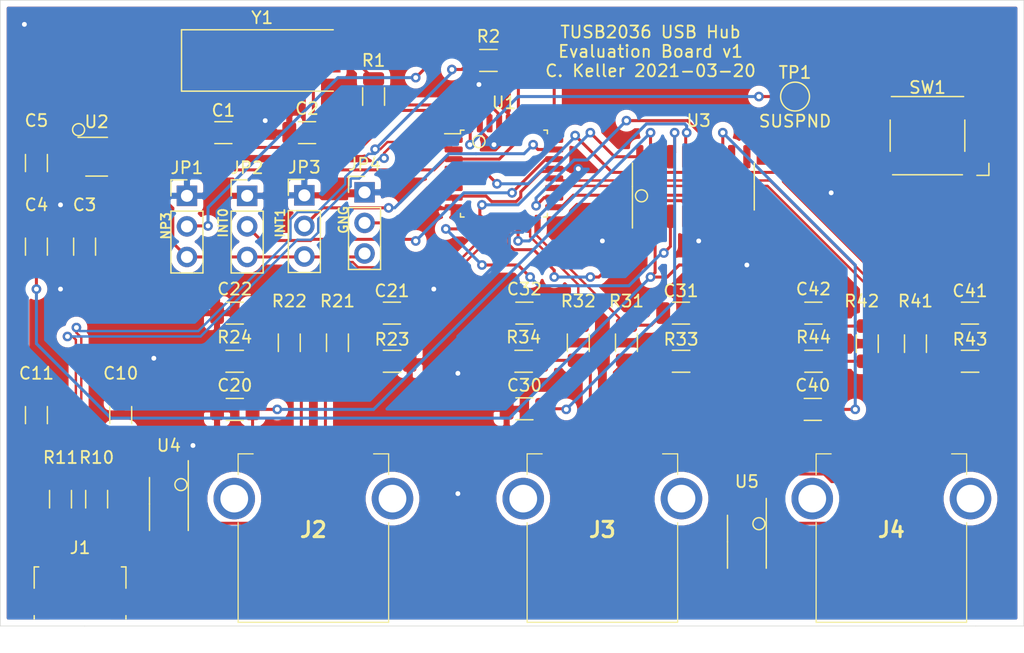
<source format=kicad_pcb>
(kicad_pcb (version 20171130) (host pcbnew 5.1.9)
  (layers (0 F.Cu signal) (31 B.Cu signal) (34 B.Paste user) (35 F.Paste user) (36 B.SilkS user) (37 F.SilkS user) (38 B.Mask user) (39 F.Mask user) (44 Edge.Cuts user))
  (net 0 "")
  (net 1 GND)
  (net 2 /XTAL1)
  (net 3 "Net-(C2-Pad1)")
  (net 4 /D0-)
  (net 5 /D0+)
  (net 6 VBUS)
  (net 7 +3V3)
  (net 8 /D1+)
  (net 9 /D2+)
  (net 10 /D3+)
  (net 11 /D1-)
  (net 12 /D2-)
  (net 13 /D3-)
  (net 14 /5VA)
  (net 15 /5VB)
  (net 16 /5VC)
  (net 17 "Net-(J1-Pad6)")
  (net 18 "Net-(J1-Pad3)")
  (net 19 "Net-(J1-Pad2)")
  (net 20 "Net-(J2-Pad3)")
  (net 21 "Net-(J2-Pad2)")
  (net 22 "Net-(J3-Pad3)")
  (net 23 "Net-(J3-Pad2)")
  (net 24 "Net-(J4-Pad3)")
  (net 25 "Net-(J4-Pad2)")
  (net 26 /NP3)
  (net 27 /NPINT0)
  (net 28 /NPINT1)
  (net 29 /GANGED)
  (net 30 /XTAL2)
  (net 31 "Net-(SW1-Pad2)")
  (net 32 "Net-(TP1-Pad1)")
  (net 33 /OC3)
  (net 34 /EN3)
  (net 35 /OC2)
  (net 36 /EN2)
  (net 37 /OC1)
  (net 38 /EN1)
  (net 39 "Net-(R2-Pad1)")
  (module Connector_PinHeader_2.54mm:PinHeader_1x03_P2.54mm_Vertical (layer F.Cu) (at 173.25 102.96)
    (fp_text reference JP4 (at 0 -2.33) (layer F.SilkS))
    (fp_text value GANGED_SEL)
    (pad 3 thru_hole oval (at 0 5.08) (size 1.7 1.7) (drill 1) (layers *.Cu *.Mask) (net 7 +3V3))
    (pad 2 thru_hole oval (at 0 2.54) (size 1.7 1.7) (drill 1) (layers *.Cu *.Mask) (net 29 /GANGED))
    (pad 1 thru_hole rect (at 0 0) (size 1.7 1.7) (drill 1) (layers *.Cu *.Mask) (net 1 GND))
  )
  (module Connector_PinHeader_2.54mm:PinHeader_1x03_P2.54mm_Vertical (layer F.Cu) (at 168.25 103.21)
    (fp_text reference JP3 (at 0 -2.33) (layer F.SilkS))
    (fp_text value NPINT1_SEL)
    (pad 3 thru_hole oval (at 0 5.08) (size 1.7 1.7) (drill 1) (layers *.Cu *.Mask) (net 7 +3V3))
    (pad 2 thru_hole oval (at 0 2.54) (size 1.7 1.7) (drill 1) (layers *.Cu *.Mask) (net 28 /NPINT1))
    (pad 1 thru_hole rect (at 0 0) (size 1.7 1.7) (drill 1) (layers *.Cu *.Mask) (net 1 GND))
  )
  (module Connector_PinHeader_2.54mm:PinHeader_1x03_P2.54mm_Vertical (layer F.Cu) (at 163.5 103.25)
    (fp_text reference JP2 (at 0 -2.33) (layer F.SilkS))
    (fp_text value NPINT0_SEL)
    (pad 3 thru_hole oval (at 0 5.08) (size 1.7 1.7) (drill 1) (layers *.Cu *.Mask) (net 7 +3V3))
    (pad 2 thru_hole oval (at 0 2.54) (size 1.7 1.7) (drill 1) (layers *.Cu *.Mask) (net 27 /NPINT0))
    (pad 1 thru_hole rect (at 0 0) (size 1.7 1.7) (drill 1) (layers *.Cu *.Mask) (net 1 GND))
  )
  (module Connector_PinHeader_2.54mm:PinHeader_1x03_P2.54mm_Vertical (layer F.Cu) (at 158.5 103.25)
    (fp_text reference JP1 (at 0 -2.33) (layer F.SilkS))
    (fp_text value NP3_SEL)
    (pad 3 thru_hole oval (at 0 5.08) (size 1.7 1.7) (drill 1) (layers *.Cu *.Mask) (net 7 +3V3))
    (pad 2 thru_hole oval (at 0 2.54) (size 1.7 1.7) (drill 1) (layers *.Cu *.Mask) (net 26 /NP3))
    (pad 1 thru_hole rect (at 0 0) (size 1.7 1.7) (drill 1) (layers *.Cu *.Mask) (net 1 GND))
  )
  (module Resistor_SMD:R_1206_3216Metric (layer F.Cu) (at 183.5375 92 180)
    (fp_text reference R2 (at 0 2) (layer F.SilkS))
    (fp_text value 1.5kΩ)
    (pad 2 smd roundrect (at 1.4625 0 180) (size 1.125 1.75) (layers F.Cu F.Paste F.Mask) (roundrect_rratio 0.2222213333333333) (net 5 /D0+))
    (pad 1 smd roundrect (at -1.4625 0 180) (size 1.125 1.75) (layers F.Cu F.Paste F.Mask) (roundrect_rratio 0.2222213333333333) (net 39 "Net-(R2-Pad1)"))
  )
  (module Crystal:Crystal_SMD_HC49-SD (layer F.Cu) (at 164.75 92)
    (fp_text reference Y1 (at 0 -3.55) (layer F.SilkS))
    (fp_text value 6MHz)
    (pad 2 smd rect (at 4.25 0) (size 4.5 2) (layers F.Cu F.Paste F.Mask) (net 3 "Net-(C2-Pad1)"))
    (pad 1 smd rect (at -4.25 0) (size 4.5 2) (layers F.Cu F.Paste F.Mask) (net 2 /XTAL1))
  )
  (module Package_TO_SOT_SMD:SOT-23-5 (layer F.Cu) (at 151 100)
    (fp_text reference U2 (at 0 -2.9) (layer F.SilkS))
    (fp_text value TPS76333)
    (pad 5 smd rect (at 1.1 -0.95) (size 1.06 0.65) (layers F.Cu F.Paste F.Mask) (net 7 +3V3))
    (pad 4 smd rect (at 1.1 0.95) (size 1.06 0.65) (layers F.Cu F.Paste F.Mask))
    (pad 3 smd rect (at -1.1 0.95) (size 1.06 0.65) (layers F.Cu F.Paste F.Mask) (net 6 VBUS))
    (pad 2 smd rect (at -1.1 0) (size 1.06 0.65) (layers F.Cu F.Paste F.Mask) (net 1 GND))
    (pad 1 smd rect (at -1.1 -0.95) (size 1.06 0.65) (layers F.Cu F.Paste F.Mask) (net 6 VBUS))
  )
  (module Package_SO:SOIC-16_3.9x9.9mm_P1.27mm (layer F.Cu) (at 200.555 102.475 90)
    (fp_text reference U3 (at 5.475 0.445 180) (layer F.SilkS))
    (fp_text value TPS2044D)
    (pad 16 smd roundrect (at 2.475 -4.445 90) (size 1.95 0.6) (layers F.Cu F.Paste F.Mask) (net 37 /OC1))
    (pad 15 smd roundrect (at 2.475 -3.175 90) (size 1.95 0.6) (layers F.Cu F.Paste F.Mask) (net 14 /5VA))
    (pad 14 smd roundrect (at 2.475 -1.905 90) (size 1.95 0.6) (layers F.Cu F.Paste F.Mask) (net 15 /5VB))
    (pad 13 smd roundrect (at 2.475 -0.635 90) (size 1.95 0.6) (layers F.Cu F.Paste F.Mask) (net 35 /OC2))
    (pad 12 smd roundrect (at 2.475 0.635 90) (size 1.95 0.6) (layers F.Cu F.Paste F.Mask) (net 33 /OC3))
    (pad 11 smd roundrect (at 2.475 1.905 90) (size 1.95 0.6) (layers F.Cu F.Paste F.Mask) (net 16 /5VC))
    (pad 10 smd roundrect (at 2.475 3.175 90) (size 1.95 0.6) (layers F.Cu F.Paste F.Mask))
    (pad 9 smd roundrect (at 2.475 4.445 90) (size 1.95 0.6) (layers F.Cu F.Paste F.Mask))
    (pad 8 smd roundrect (at -2.475 4.445 90) (size 1.95 0.6) (layers F.Cu F.Paste F.Mask))
    (pad 7 smd roundrect (at -2.475 3.175 90) (size 1.95 0.6) (layers F.Cu F.Paste F.Mask) (net 34 /EN3))
    (pad 6 smd roundrect (at -2.475 1.905 90) (size 1.95 0.6) (layers F.Cu F.Paste F.Mask) (net 6 VBUS))
    (pad 5 smd roundrect (at -2.475 0.635 90) (size 1.95 0.6) (layers F.Cu F.Paste F.Mask) (net 1 GND))
    (pad 4 smd roundrect (at -2.475 -0.635 90) (size 1.95 0.6) (layers F.Cu F.Paste F.Mask) (net 36 /EN2))
    (pad 3 smd roundrect (at -2.475 -1.905 90) (size 1.95 0.6) (layers F.Cu F.Paste F.Mask) (net 38 /EN1))
    (pad 2 smd roundrect (at -2.475 -3.175 90) (size 1.95 0.6) (layers F.Cu F.Paste F.Mask) (net 6 VBUS))
    (pad 1 smd roundrect (at -2.475 -4.445 90) (size 1.95 0.6) (layers F.Cu F.Paste F.Mask) (net 1 GND))
  )
  (module Package_SO:TSSOP-8_4.4x3mm_P0.65mm (layer F.Cu) (at 205 132 270)
    (fp_text reference U5 (at -5 0 180) (layer F.SilkS))
    (fp_text value SN75240)
    (pad 8 smd roundrect (at 2.8625 -0.975 270) (size 1.475 0.4) (layers F.Cu F.Paste F.Mask) (net 22 "Net-(J3-Pad3)"))
    (pad 7 smd roundrect (at 2.8625 -0.325 270) (size 1.475 0.4) (layers F.Cu F.Paste F.Mask) (net 1 GND))
    (pad 6 smd roundrect (at 2.8625 0.325 270) (size 1.475 0.4) (layers F.Cu F.Paste F.Mask) (net 23 "Net-(J3-Pad2)"))
    (pad 5 smd roundrect (at 2.8625 0.975 270) (size 1.475 0.4) (layers F.Cu F.Paste F.Mask) (net 1 GND))
    (pad 4 smd roundrect (at -2.8625 0.975 270) (size 1.475 0.4) (layers F.Cu F.Paste F.Mask) (net 25 "Net-(J4-Pad2)"))
    (pad 3 smd roundrect (at -2.8625 0.325 270) (size 1.475 0.4) (layers F.Cu F.Paste F.Mask) (net 1 GND))
    (pad 2 smd roundrect (at -2.8625 -0.325 270) (size 1.475 0.4) (layers F.Cu F.Paste F.Mask) (net 24 "Net-(J4-Pad3)"))
    (pad 1 smd roundrect (at -2.8625 -0.975 270) (size 1.475 0.4) (layers F.Cu F.Paste F.Mask) (net 1 GND))
  )
  (module Package_SO:TSSOP-8_4.4x3mm_P0.65mm (layer F.Cu) (at 157 128.8625 270)
    (fp_text reference U4 (at -4.8625 0 180) (layer F.SilkS))
    (fp_text value SN75240)
    (pad 8 smd roundrect (at 2.8625 -0.975 270) (size 1.475 0.4) (layers F.Cu F.Paste F.Mask) (net 19 "Net-(J1-Pad2)"))
    (pad 7 smd roundrect (at 2.8625 -0.325 270) (size 1.475 0.4) (layers F.Cu F.Paste F.Mask) (net 1 GND))
    (pad 6 smd roundrect (at 2.8625 0.325 270) (size 1.475 0.4) (layers F.Cu F.Paste F.Mask) (net 18 "Net-(J1-Pad3)"))
    (pad 5 smd roundrect (at 2.8625 0.975 270) (size 1.475 0.4) (layers F.Cu F.Paste F.Mask) (net 1 GND))
    (pad 4 smd roundrect (at -2.8625 0.975 270) (size 1.475 0.4) (layers F.Cu F.Paste F.Mask) (net 21 "Net-(J2-Pad2)"))
    (pad 3 smd roundrect (at -2.8625 0.325 270) (size 1.475 0.4) (layers F.Cu F.Paste F.Mask) (net 1 GND))
    (pad 2 smd roundrect (at -2.8625 -0.325 270) (size 1.475 0.4) (layers F.Cu F.Paste F.Mask) (net 20 "Net-(J2-Pad3)"))
    (pad 1 smd roundrect (at -2.8625 -0.975 270) (size 1.475 0.4) (layers F.Cu F.Paste F.Mask) (net 1 GND))
  )
  (module Package_QFP:LQFP-32_7x7mm_P0.8mm (layer F.Cu) (at 184.825 101.4)
    (fp_text reference U1 (at 0 -5.88) (layer F.SilkS))
    (fp_text value TUSB2036)
    (pad 32 smd roundrect (at -2.8 -4.175) (size 0.5 1.5) (layers F.Cu F.Paste F.Mask) (net 32 "Net-(TP1-Pad1)"))
    (pad 31 smd roundrect (at -2 -4.175) (size 0.5 1.5) (layers F.Cu F.Paste F.Mask) (net 1 GND))
    (pad 30 smd roundrect (at -1.2 -4.175) (size 0.5 1.5) (layers F.Cu F.Paste F.Mask) (net 2 /XTAL1))
    (pad 29 smd roundrect (at -0.4 -4.175) (size 0.5 1.5) (layers F.Cu F.Paste F.Mask) (net 30 /XTAL2))
    (pad 28 smd roundrect (at 0.4 -4.175) (size 0.5 1.5) (layers F.Cu F.Paste F.Mask) (net 1 GND))
    (pad 27 smd roundrect (at 1.2 -4.175) (size 0.5 1.5) (layers F.Cu F.Paste F.Mask) (net 39 "Net-(R2-Pad1)"))
    (pad 26 smd roundrect (at 2 -4.175) (size 0.5 1.5) (layers F.Cu F.Paste F.Mask) (net 7 +3V3))
    (pad 25 smd roundrect (at 2.8 -4.175) (size 0.5 1.5) (layers F.Cu F.Paste F.Mask) (net 7 +3V3))
    (pad 24 smd roundrect (at 4.175 -2.8) (size 1.5 0.5) (layers F.Cu F.Paste F.Mask) (net 26 /NP3))
    (pad 23 smd roundrect (at 4.175 -2) (size 1.5 0.5) (layers F.Cu F.Paste F.Mask) (net 28 /NPINT1))
    (pad 22 smd roundrect (at 4.175 -1.2) (size 1.5 0.5) (layers F.Cu F.Paste F.Mask) (net 27 /NPINT0))
    (pad 21 smd roundrect (at 4.175 -0.4) (size 1.5 0.5) (layers F.Cu F.Paste F.Mask) (net 1 GND))
    (pad 20 smd roundrect (at 4.175 0.4) (size 1.5 0.5) (layers F.Cu F.Paste F.Mask) (net 10 /D3+))
    (pad 19 smd roundrect (at 4.175 1.2) (size 1.5 0.5) (layers F.Cu F.Paste F.Mask) (net 13 /D3-))
    (pad 18 smd roundrect (at 4.175 2) (size 1.5 0.5) (layers F.Cu F.Paste F.Mask) (net 33 /OC3))
    (pad 17 smd roundrect (at 4.175 2.8) (size 1.5 0.5) (layers F.Cu F.Paste F.Mask) (net 34 /EN3))
    (pad 16 smd roundrect (at 2.8 4.175) (size 0.5 1.5) (layers F.Cu F.Paste F.Mask) (net 9 /D2+))
    (pad 15 smd roundrect (at 2 4.175) (size 0.5 1.5) (layers F.Cu F.Paste F.Mask) (net 12 /D2-))
    (pad 14 smd roundrect (at 1.2 4.175) (size 0.5 1.5) (layers F.Cu F.Paste F.Mask) (net 35 /OC2))
    (pad 13 smd roundrect (at 0.4 4.175) (size 0.5 1.5) (layers F.Cu F.Paste F.Mask) (net 36 /EN2))
    (pad 12 smd roundrect (at -0.4 4.175) (size 0.5 1.5) (layers F.Cu F.Paste F.Mask) (net 8 /D1+))
    (pad 11 smd roundrect (at -1.2 4.175) (size 0.5 1.5) (layers F.Cu F.Paste F.Mask) (net 11 /D1-))
    (pad 10 smd roundrect (at -2 4.175) (size 0.5 1.5) (layers F.Cu F.Paste F.Mask) (net 37 /OC1))
    (pad 9 smd roundrect (at -2.8 4.175) (size 0.5 1.5) (layers F.Cu F.Paste F.Mask) (net 38 /EN1))
    (pad 8 smd roundrect (at -4.175 2.8) (size 1.5 0.5) (layers F.Cu F.Paste F.Mask) (net 1 GND))
    (pad 7 smd roundrect (at -4.175 2) (size 1.5 0.5) (layers F.Cu F.Paste F.Mask) (net 1 GND))
    (pad 6 smd roundrect (at -4.175 1.2) (size 1.5 0.5) (layers F.Cu F.Paste F.Mask) (net 29 /GANGED))
    (pad 5 smd roundrect (at -4.175 0.4) (size 1.5 0.5) (layers F.Cu F.Paste F.Mask))
    (pad 4 smd roundrect (at -4.175 -0.4) (size 1.5 0.5) (layers F.Cu F.Paste F.Mask) (net 31 "Net-(SW1-Pad2)"))
    (pad 3 smd roundrect (at -4.175 -1.2) (size 1.5 0.5) (layers F.Cu F.Paste F.Mask) (net 7 +3V3))
    (pad 2 smd roundrect (at -4.175 -2) (size 1.5 0.5) (layers F.Cu F.Paste F.Mask) (net 4 /D0-))
    (pad 1 smd roundrect (at -4.175 -2.8) (size 1.5 0.5) (layers F.Cu F.Paste F.Mask) (net 5 /D0+))
  )
  (module TestPoint:TestPoint_Pad_D2.0mm (layer F.Cu) (at 209 95)
    (fp_text reference TP1 (at 0 -1.998) (layer F.SilkS))
    (fp_text value SUSPND (at 0 2.05) (layer F.SilkS))
    (pad 1 smd circle (at 0 0) (size 2 2) (layers F.Cu F.Mask) (net 32 "Net-(TP1-Pad1)"))
  )
  (module Button_Switch_SMD:SW_SPST_Omron_B3FS-100xP (layer F.Cu) (at 220 98.25 180)
    (fp_text reference SW1 (at 0 4) (layer F.SilkS))
    (fp_text value RESET)
    (pad 3 smd rect (at -4 2.25) (size 1.6 1.4) (layers F.Cu F.Paste F.Mask))
    (pad 4 smd rect (at 4 2.25) (size 1.6 1.4) (layers F.Cu F.Paste F.Mask))
    (pad 1 smd rect (at -4 -2.25) (size 1.6 1.4) (layers F.Cu F.Paste F.Mask) (net 1 GND))
    (pad 2 smd rect (at 4 -2.25) (size 1.6 1.4) (layers F.Cu F.Paste F.Mask) (net 31 "Net-(SW1-Pad2)"))
  )
  (module Resistor_SMD:R_1206_3216Metric (layer F.Cu) (at 210.5375 117 180)
    (fp_text reference R44 (at 0 2) (layer F.SilkS))
    (fp_text value 15kΩ)
    (pad 2 smd roundrect (at 1.4625 0 180) (size 1.125 1.75) (layers F.Cu F.Paste F.Mask) (roundrect_rratio 0.2222213333333333) (net 1 GND))
    (pad 1 smd roundrect (at -1.4625 0 180) (size 1.125 1.75) (layers F.Cu F.Paste F.Mask) (roundrect_rratio 0.2222213333333333) (net 25 "Net-(J4-Pad2)"))
  )
  (module Resistor_SMD:R_1206_3216Metric (layer F.Cu) (at 186.4625 117 180)
    (fp_text reference R34 (at 0 2) (layer F.SilkS))
    (fp_text value 15kΩ)
    (pad 2 smd roundrect (at 1.4625 0 180) (size 1.125 1.75) (layers F.Cu F.Paste F.Mask) (roundrect_rratio 0.2222213333333333) (net 1 GND))
    (pad 1 smd roundrect (at -1.4625 0 180) (size 1.125 1.75) (layers F.Cu F.Paste F.Mask) (roundrect_rratio 0.2222213333333333) (net 23 "Net-(J3-Pad2)"))
  )
  (module Resistor_SMD:R_1206_3216Metric (layer F.Cu) (at 162.4625 117 180)
    (fp_text reference R24 (at 0 2) (layer F.SilkS))
    (fp_text value 15kΩ)
    (pad 2 smd roundrect (at 1.4625 0 180) (size 1.125 1.75) (layers F.Cu F.Paste F.Mask) (roundrect_rratio 0.2222213333333333) (net 1 GND))
    (pad 1 smd roundrect (at -1.4625 0 180) (size 1.125 1.75) (layers F.Cu F.Paste F.Mask) (roundrect_rratio 0.2222213333333333) (net 21 "Net-(J2-Pad2)"))
  )
  (module Resistor_SMD:R_1206_3216Metric (layer F.Cu) (at 223.5375 117)
    (fp_text reference R43 (at 0 -1.82) (layer F.SilkS))
    (fp_text value 15kΩ)
    (pad 2 smd roundrect (at 1.4625 0) (size 1.125 1.75) (layers F.Cu F.Paste F.Mask) (roundrect_rratio 0.2222213333333333) (net 1 GND))
    (pad 1 smd roundrect (at -1.4625 0) (size 1.125 1.75) (layers F.Cu F.Paste F.Mask) (roundrect_rratio 0.2222213333333333) (net 24 "Net-(J4-Pad3)"))
  )
  (module Resistor_SMD:R_1206_3216Metric (layer F.Cu) (at 199.5375 117)
    (fp_text reference R33 (at 0 -1.82) (layer F.SilkS))
    (fp_text value 15kΩ)
    (pad 2 smd roundrect (at 1.4625 0) (size 1.125 1.75) (layers F.Cu F.Paste F.Mask) (roundrect_rratio 0.2222213333333333) (net 1 GND))
    (pad 1 smd roundrect (at -1.4625 0) (size 1.125 1.75) (layers F.Cu F.Paste F.Mask) (roundrect_rratio 0.2222213333333333) (net 22 "Net-(J3-Pad3)"))
  )
  (module Resistor_SMD:R_1206_3216Metric (layer F.Cu) (at 175.5375 117)
    (fp_text reference R23 (at 0 -1.82) (layer F.SilkS))
    (fp_text value 15kΩ)
    (pad 2 smd roundrect (at 1.4625 0) (size 1.125 1.75) (layers F.Cu F.Paste F.Mask) (roundrect_rratio 0.2222213333333333) (net 1 GND))
    (pad 1 smd roundrect (at -1.4625 0) (size 1.125 1.75) (layers F.Cu F.Paste F.Mask) (roundrect_rratio 0.2222213333333333) (net 20 "Net-(J2-Pad3)"))
  )
  (module Resistor_SMD:R_1206_3216Metric (layer F.Cu) (at 215 115.5375 270)
    (fp_text reference R42 (at -3.5375 0.4625 180) (layer F.SilkS))
    (fp_text value 27Ω)
    (pad 2 smd roundrect (at 1.4625 0 270) (size 1.125 1.75) (layers F.Cu F.Paste F.Mask) (roundrect_rratio 0.2222213333333333) (net 25 "Net-(J4-Pad2)"))
    (pad 1 smd roundrect (at -1.4625 0 270) (size 1.125 1.75) (layers F.Cu F.Paste F.Mask) (roundrect_rratio 0.2222213333333333) (net 13 /D3-))
  )
  (module Resistor_SMD:R_1206_3216Metric (layer F.Cu) (at 219 115.5375 270)
    (fp_text reference R41 (at -3.5375 0 180) (layer F.SilkS))
    (fp_text value 27Ω)
    (pad 2 smd roundrect (at 1.4625 0 270) (size 1.125 1.75) (layers F.Cu F.Paste F.Mask) (roundrect_rratio 0.2222213333333333) (net 24 "Net-(J4-Pad3)"))
    (pad 1 smd roundrect (at -1.4625 0 270) (size 1.125 1.75) (layers F.Cu F.Paste F.Mask) (roundrect_rratio 0.2222213333333333) (net 10 /D3+))
  )
  (module Resistor_SMD:R_1206_3216Metric (layer F.Cu) (at 191 115.4625 270)
    (fp_text reference R32 (at -3.4625 0 180) (layer F.SilkS))
    (fp_text value 27Ω)
    (pad 2 smd roundrect (at 1.4625 0 270) (size 1.125 1.75) (layers F.Cu F.Paste F.Mask) (roundrect_rratio 0.2222213333333333) (net 23 "Net-(J3-Pad2)"))
    (pad 1 smd roundrect (at -1.4625 0 270) (size 1.125 1.75) (layers F.Cu F.Paste F.Mask) (roundrect_rratio 0.2222213333333333) (net 12 /D2-))
  )
  (module Resistor_SMD:R_1206_3216Metric (layer F.Cu) (at 195 115.4625 270)
    (fp_text reference R31 (at -3.4625 0 180) (layer F.SilkS))
    (fp_text value 27Ω)
    (pad 2 smd roundrect (at 1.4625 0 270) (size 1.125 1.75) (layers F.Cu F.Paste F.Mask) (roundrect_rratio 0.2222213333333333) (net 22 "Net-(J3-Pad3)"))
    (pad 1 smd roundrect (at -1.4625 0 270) (size 1.125 1.75) (layers F.Cu F.Paste F.Mask) (roundrect_rratio 0.2222213333333333) (net 9 /D2+))
  )
  (module Resistor_SMD:R_1206_3216Metric (layer F.Cu) (at 167 115.4625 270)
    (fp_text reference R22 (at -3.4625 0 180) (layer F.SilkS))
    (fp_text value 27Ω)
    (pad 2 smd roundrect (at 1.4625 0 270) (size 1.125 1.75) (layers F.Cu F.Paste F.Mask) (roundrect_rratio 0.2222213333333333) (net 21 "Net-(J2-Pad2)"))
    (pad 1 smd roundrect (at -1.4625 0 270) (size 1.125 1.75) (layers F.Cu F.Paste F.Mask) (roundrect_rratio 0.2222213333333333) (net 11 /D1-))
  )
  (module Resistor_SMD:R_1206_3216Metric (layer F.Cu) (at 171 115.4625 270)
    (fp_text reference R21 (at -3.4625 0 180) (layer F.SilkS))
    (fp_text value 27Ω)
    (pad 2 smd roundrect (at 1.4625 0 270) (size 1.125 1.75) (layers F.Cu F.Paste F.Mask) (roundrect_rratio 0.2222213333333333) (net 20 "Net-(J2-Pad3)"))
    (pad 1 smd roundrect (at -1.4625 0 270) (size 1.125 1.75) (layers F.Cu F.Paste F.Mask) (roundrect_rratio 0.2222213333333333) (net 8 /D1+))
  )
  (module Resistor_SMD:R_1206_3216Metric (layer F.Cu) (at 148 128.4625 90)
    (fp_text reference R11 (at 3.4625 0 180) (layer F.SilkS))
    (fp_text value 27Ω)
    (pad 2 smd roundrect (at 1.4625 0 90) (size 1.125 1.75) (layers F.Cu F.Paste F.Mask) (roundrect_rratio 0.2222213333333333) (net 4 /D0-))
    (pad 1 smd roundrect (at -1.4625 0 90) (size 1.125 1.75) (layers F.Cu F.Paste F.Mask) (roundrect_rratio 0.2222213333333333) (net 19 "Net-(J1-Pad2)"))
  )
  (module Resistor_SMD:R_1206_3216Metric (layer F.Cu) (at 151 128.4625 90)
    (fp_text reference R10 (at 3.4625 0 180) (layer F.SilkS))
    (fp_text value 27Ω)
    (pad 2 smd roundrect (at 1.4625 0 90) (size 1.125 1.75) (layers F.Cu F.Paste F.Mask) (roundrect_rratio 0.2222213333333333) (net 5 /D0+))
    (pad 1 smd roundrect (at -1.4625 0 90) (size 1.125 1.75) (layers F.Cu F.Paste F.Mask) (roundrect_rratio 0.2222213333333333) (net 18 "Net-(J1-Pad3)"))
  )
  (module Resistor_SMD:R_1206_3216Metric (layer F.Cu) (at 174 95 90)
    (fp_text reference R1 (at 3 0 180) (layer F.SilkS))
    (fp_text value 27Ω)
    (pad 2 smd roundrect (at 1.4625 0 90) (size 1.125 1.75) (layers F.Cu F.Paste F.Mask) (roundrect_rratio 0.2222213333333333) (net 3 "Net-(C2-Pad1)"))
    (pad 1 smd roundrect (at -1.4625 0 90) (size 1.125 1.75) (layers F.Cu F.Paste F.Mask) (roundrect_rratio 0.2222213333333333) (net 30 /XTAL2))
  )
  (module USB-A:62900416021 (layer F.Cu) (at 217 131)
    (fp_text reference J4 (at 0 0) (layer F.SilkS) (effects (font (size 1.27 1.27) (thickness 0.254))))
    (fp_text value USB_A hide)
    (pad 6 thru_hole circle (at 6.57 -2.585) (size 3.45 3.45) (drill 2.3) (layers *.Cu *.Mask))
    (pad 5 thru_hole circle (at -6.57 -2.585) (size 3.45 3.45) (drill 2.3) (layers *.Cu *.Mask))
    (pad 4 smd rect (at 3.5 -6.255) (size 1.12 2.88) (layers F.Cu F.Paste F.Mask) (net 1 GND))
    (pad 3 smd rect (at 1 -6.255) (size 1.12 2.88) (layers F.Cu F.Paste F.Mask) (net 24 "Net-(J4-Pad3)"))
    (pad 2 smd rect (at -1 -6.255) (size 1.12 2.88) (layers F.Cu F.Paste F.Mask) (net 25 "Net-(J4-Pad2)"))
    (pad 1 smd rect (at -3.5 -6.255) (size 1.12 2.88) (layers F.Cu F.Paste F.Mask) (net 16 /5VC))
  )
  (module USB-A:62900416021 (layer F.Cu) (at 193 131)
    (fp_text reference J3 (at 0 0) (layer F.SilkS) (effects (font (size 1.27 1.27) (thickness 0.254))))
    (fp_text value USB_A hide)
    (pad 6 thru_hole circle (at 6.57 -2.585) (size 3.45 3.45) (drill 2.3) (layers *.Cu *.Mask))
    (pad 5 thru_hole circle (at -6.57 -2.585) (size 3.45 3.45) (drill 2.3) (layers *.Cu *.Mask))
    (pad 4 smd rect (at 3.5 -6.255) (size 1.12 2.88) (layers F.Cu F.Paste F.Mask) (net 1 GND))
    (pad 3 smd rect (at 1 -6.255) (size 1.12 2.88) (layers F.Cu F.Paste F.Mask) (net 22 "Net-(J3-Pad3)"))
    (pad 2 smd rect (at -1 -6.255) (size 1.12 2.88) (layers F.Cu F.Paste F.Mask) (net 23 "Net-(J3-Pad2)"))
    (pad 1 smd rect (at -3.5 -6.255) (size 1.12 2.88) (layers F.Cu F.Paste F.Mask) (net 15 /5VB))
  )
  (module USB-A:62900416021 (layer F.Cu) (at 169 131)
    (fp_text reference J2 (at 0 0) (layer F.SilkS) (effects (font (size 1.27 1.27) (thickness 0.254))))
    (fp_text value USB_A hide)
    (pad 6 thru_hole circle (at 6.57 -2.585) (size 3.45 3.45) (drill 2.3) (layers *.Cu *.Mask))
    (pad 5 thru_hole circle (at -6.57 -2.585) (size 3.45 3.45) (drill 2.3) (layers *.Cu *.Mask))
    (pad 4 smd rect (at 3.5 -6.255) (size 1.12 2.88) (layers F.Cu F.Paste F.Mask) (net 1 GND))
    (pad 3 smd rect (at 1 -6.255) (size 1.12 2.88) (layers F.Cu F.Paste F.Mask) (net 20 "Net-(J2-Pad3)"))
    (pad 2 smd rect (at -1 -6.255) (size 1.12 2.88) (layers F.Cu F.Paste F.Mask) (net 21 "Net-(J2-Pad2)"))
    (pad 1 smd rect (at -3.5 -6.255) (size 1.12 2.88) (layers F.Cu F.Paste F.Mask) (net 14 /5VA))
  )
  (module Connector_USB:USB_Micro-B_Molex_47346-0001 (layer F.Cu) (at 149.625 135.8)
    (fp_text reference J1 (at 0 -3.3 180) (layer F.SilkS))
    (fp_text value USB_B_Micro)
    (pad 6 smd rect (at 1.55 1.2) (size 1 1.9) (layers F.Cu F.Paste F.Mask) (net 17 "Net-(J1-Pad6)"))
    (pad 6 smd rect (at -1.15 1.2) (size 1.8 1.9) (layers F.Cu F.Paste F.Mask) (net 17 "Net-(J1-Pad6)"))
    (pad 6 smd rect (at 3.375 1.2) (size 1.65 1.3) (layers F.Cu F.Paste F.Mask) (net 17 "Net-(J1-Pad6)"))
    (pad 6 smd rect (at -3.375 1.2) (size 1.65 1.3) (layers F.Cu F.Paste F.Mask) (net 17 "Net-(J1-Pad6)"))
    (pad 6 smd rect (at 2.4875 -1.375) (size 1.425 1.55) (layers F.Cu F.Paste F.Mask) (net 17 "Net-(J1-Pad6)"))
    (pad 6 smd rect (at -2.4875 -1.375) (size 1.425 1.55) (layers F.Cu F.Paste F.Mask) (net 17 "Net-(J1-Pad6)"))
    (pad 5 smd rect (at 1.3 -1.46) (size 0.45 1.38) (layers F.Cu F.Paste F.Mask) (net 1 GND))
    (pad 4 smd rect (at 0.65 -1.46) (size 0.45 1.38) (layers F.Cu F.Paste F.Mask))
    (pad 3 smd rect (at 0 -1.46) (size 0.45 1.38) (layers F.Cu F.Paste F.Mask) (net 18 "Net-(J1-Pad3)"))
    (pad 2 smd rect (at -0.65 -1.46) (size 0.45 1.38) (layers F.Cu F.Paste F.Mask) (net 19 "Net-(J1-Pad2)"))
    (pad 1 smd rect (at -1.3 -1.46) (size 0.45 1.38) (layers F.Cu F.Paste F.Mask) (net 6 VBUS))
  )
  (module Capacitor_SMD:C_1206_3216Metric (layer F.Cu) (at 210.475 121 180)
    (fp_text reference C40 (at 0 2) (layer F.SilkS))
    (fp_text value 120μF)
    (pad 2 smd roundrect (at 1.475 0 180) (size 1.15 1.8) (layers F.Cu F.Paste F.Mask) (roundrect_rratio 0.2173904347826087) (net 1 GND))
    (pad 1 smd roundrect (at -1.475 0 180) (size 1.15 1.8) (layers F.Cu F.Paste F.Mask) (roundrect_rratio 0.2173904347826087) (net 16 /5VC))
  )
  (module Capacitor_SMD:C_1206_3216Metric (layer F.Cu) (at 186.525 120.95 180)
    (fp_text reference C30 (at 0 1.95) (layer F.SilkS))
    (fp_text value 120μF)
    (pad 2 smd roundrect (at 1.475 0 180) (size 1.15 1.8) (layers F.Cu F.Paste F.Mask) (roundrect_rratio 0.2173904347826087) (net 1 GND))
    (pad 1 smd roundrect (at -1.475 0 180) (size 1.15 1.8) (layers F.Cu F.Paste F.Mask) (roundrect_rratio 0.2173904347826087) (net 15 /5VB))
  )
  (module Capacitor_SMD:C_1206_3216Metric (layer F.Cu) (at 162.475 121 180)
    (fp_text reference C20 (at 0 2) (layer F.SilkS))
    (fp_text value 120μF)
    (pad 2 smd roundrect (at 1.475 0 180) (size 1.15 1.8) (layers F.Cu F.Paste F.Mask) (roundrect_rratio 0.2173904347826087) (net 1 GND))
    (pad 1 smd roundrect (at -1.475 0 180) (size 1.15 1.8) (layers F.Cu F.Paste F.Mask) (roundrect_rratio 0.2173904347826087) (net 14 /5VA))
  )
  (module Capacitor_SMD:C_1206_3216Metric (layer F.Cu) (at 210.525 113 180)
    (fp_text reference C42 (at 0 2) (layer F.SilkS))
    (fp_text value 22pF)
    (pad 2 smd roundrect (at 1.475 0 180) (size 1.15 1.8) (layers F.Cu F.Paste F.Mask) (roundrect_rratio 0.2173904347826087) (net 1 GND))
    (pad 1 smd roundrect (at -1.475 0 180) (size 1.15 1.8) (layers F.Cu F.Paste F.Mask) (roundrect_rratio 0.2173904347826087) (net 13 /D3-))
  )
  (module Capacitor_SMD:C_1206_3216Metric (layer F.Cu) (at 186.525 113 180)
    (fp_text reference C32 (at 0 2) (layer F.SilkS))
    (fp_text value 22pF)
    (pad 2 smd roundrect (at 1.475 0 180) (size 1.15 1.8) (layers F.Cu F.Paste F.Mask) (roundrect_rratio 0.2173904347826087) (net 1 GND))
    (pad 1 smd roundrect (at -1.475 0 180) (size 1.15 1.8) (layers F.Cu F.Paste F.Mask) (roundrect_rratio 0.2173904347826087) (net 12 /D2-))
  )
  (module Capacitor_SMD:C_1206_3216Metric (layer F.Cu) (at 162.475 113 180)
    (fp_text reference C22 (at 0 2) (layer F.SilkS))
    (fp_text value 22pF)
    (pad 2 smd roundrect (at 1.475 0 180) (size 1.15 1.8) (layers F.Cu F.Paste F.Mask) (roundrect_rratio 0.2173904347826087) (net 1 GND))
    (pad 1 smd roundrect (at -1.475 0 180) (size 1.15 1.8) (layers F.Cu F.Paste F.Mask) (roundrect_rratio 0.2173904347826087) (net 11 /D1-))
  )
  (module Capacitor_SMD:C_1206_3216Metric (layer F.Cu) (at 223.525 113)
    (fp_text reference C41 (at 0 -1.85) (layer F.SilkS))
    (fp_text value 22pF)
    (pad 2 smd roundrect (at 1.475 0) (size 1.15 1.8) (layers F.Cu F.Paste F.Mask) (roundrect_rratio 0.2173904347826087) (net 1 GND))
    (pad 1 smd roundrect (at -1.475 0) (size 1.15 1.8) (layers F.Cu F.Paste F.Mask) (roundrect_rratio 0.2173904347826087) (net 10 /D3+))
  )
  (module Capacitor_SMD:C_1206_3216Metric (layer F.Cu) (at 199.525 113)
    (fp_text reference C31 (at 0 -1.85) (layer F.SilkS))
    (fp_text value 22pF)
    (pad 2 smd roundrect (at 1.475 0) (size 1.15 1.8) (layers F.Cu F.Paste F.Mask) (roundrect_rratio 0.2173904347826087) (net 1 GND))
    (pad 1 smd roundrect (at -1.475 0) (size 1.15 1.8) (layers F.Cu F.Paste F.Mask) (roundrect_rratio 0.2173904347826087) (net 9 /D2+))
  )
  (module Capacitor_SMD:C_1206_3216Metric (layer F.Cu) (at 175.525 113)
    (fp_text reference C21 (at 0 -1.85) (layer F.SilkS))
    (fp_text value 22pF)
    (pad 2 smd roundrect (at 1.475 0) (size 1.15 1.8) (layers F.Cu F.Paste F.Mask) (roundrect_rratio 0.2173904347826087) (net 1 GND))
    (pad 1 smd roundrect (at -1.475 0) (size 1.15 1.8) (layers F.Cu F.Paste F.Mask) (roundrect_rratio 0.2173904347826087) (net 8 /D1+))
  )
  (module Capacitor_SMD:C_1206_3216Metric (layer F.Cu) (at 146 100.525 270)
    (fp_text reference C5 (at -3.525 0 180) (layer F.SilkS))
    (fp_text value 4.7μF)
    (pad 2 smd roundrect (at 1.475 0 270) (size 1.15 1.8) (layers F.Cu F.Paste F.Mask) (roundrect_rratio 0.2173904347826087) (net 1 GND))
    (pad 1 smd roundrect (at -1.475 0 270) (size 1.15 1.8) (layers F.Cu F.Paste F.Mask) (roundrect_rratio 0.2173904347826087) (net 7 +3V3))
  )
  (module Capacitor_SMD:C_1206_3216Metric (layer F.Cu) (at 146 107.475 90)
    (fp_text reference C4 (at 3.475 0 180) (layer F.SilkS))
    (fp_text value 0.1μF)
    (pad 2 smd roundrect (at 1.475 0 90) (size 1.15 1.8) (layers F.Cu F.Paste F.Mask) (roundrect_rratio 0.2173904347826087) (net 1 GND))
    (pad 1 smd roundrect (at -1.475 0 90) (size 1.15 1.8) (layers F.Cu F.Paste F.Mask) (roundrect_rratio 0.2173904347826087) (net 6 VBUS))
  )
  (module Capacitor_SMD:C_1206_3216Metric (layer F.Cu) (at 150 107.475 90)
    (fp_text reference C3 (at 3.475 0 180) (layer F.SilkS))
    (fp_text value 4.7μF)
    (pad 2 smd roundrect (at 1.475 0 90) (size 1.15 1.8) (layers F.Cu F.Paste F.Mask) (roundrect_rratio 0.2173904347826087) (net 1 GND))
    (pad 1 smd roundrect (at -1.475 0 90) (size 1.15 1.8) (layers F.Cu F.Paste F.Mask) (roundrect_rratio 0.2173904347826087) (net 6 VBUS))
  )
  (module Capacitor_SMD:C_1206_3216Metric (layer F.Cu) (at 153 121.475 90)
    (fp_text reference C10 (at 3.475 0 180) (layer F.SilkS))
    (fp_text value 22pF)
    (pad 2 smd roundrect (at 1.475 0 90) (size 1.15 1.8) (layers F.Cu F.Paste F.Mask) (roundrect_rratio 0.2173904347826087) (net 1 GND))
    (pad 1 smd roundrect (at -1.475 0 90) (size 1.15 1.8) (layers F.Cu F.Paste F.Mask) (roundrect_rratio 0.2173904347826087) (net 5 /D0+))
  )
  (module Capacitor_SMD:C_1206_3216Metric (layer F.Cu) (at 146 121.475 90)
    (fp_text reference C11 (at 3.475 0 180) (layer F.SilkS))
    (fp_text value 22pF)
    (pad 2 smd roundrect (at 1.475 0 90) (size 1.15 1.8) (layers F.Cu F.Paste F.Mask) (roundrect_rratio 0.2173904347826087) (net 1 GND))
    (pad 1 smd roundrect (at -1.475 0 90) (size 1.15 1.8) (layers F.Cu F.Paste F.Mask) (roundrect_rratio 0.2173904347826087) (net 4 /D0-))
  )
  (module Capacitor_SMD:C_1206_3216Metric (layer F.Cu) (at 168.475 98 180)
    (fp_text reference C2 (at 0 2) (layer F.SilkS))
    (fp_text value 22pF)
    (pad 2 smd roundrect (at 1.475 0 180) (size 1.15 1.8) (layers F.Cu F.Paste F.Mask) (roundrect_rratio 0.2173904347826087) (net 1 GND))
    (pad 1 smd roundrect (at -1.475 0 180) (size 1.15 1.8) (layers F.Cu F.Paste F.Mask) (roundrect_rratio 0.2173904347826087) (net 3 "Net-(C2-Pad1)"))
  )
  (module Capacitor_SMD:C_1206_3216Metric (layer F.Cu) (at 161.525 98)
    (fp_text reference C1 (at 0 -1.85) (layer F.SilkS))
    (fp_text value 22pF)
    (pad 2 smd roundrect (at 1.475 0) (size 1.15 1.8) (layers F.Cu F.Paste F.Mask) (roundrect_rratio 0.2173904347826087) (net 1 GND))
    (pad 1 smd roundrect (at -1.475 0) (size 1.15 1.8) (layers F.Cu F.Paste F.Mask) (roundrect_rratio 0.2173904347826087) (net 2 /XTAL1))
  )
  (gr_text GNG (at 171.5 105.25 90) (layer F.SilkS) (effects (font (size 0.75 0.75))))
  (gr_text INT1 (at 166.25 105.5 90) (layer F.SilkS) (effects (font (size 0.75 0.75))))
  (gr_text INT0 (at 161.5 105.5 90) (layer F.SilkS) (effects (font (size 0.75 0.75))))
  (gr_text NP3 (at 156.75 105.75 90) (layer F.SilkS) (effects (font (size 0.75 0.75))))
  (gr_circle (center 149.5 97.75) (end 150 97.75) (layer F.SilkS) (width 0.12))
  (gr_circle (center 158 127.25) (end 158.5 127.25) (layer F.SilkS) (width 0.12))
  (gr_circle (center 206 130.5) (end 206.5 130.5) (layer F.SilkS) (width 0.12))
  (gr_circle (center 196.25 103.25) (end 196.75 103.25) (layer F.SilkS) (width 0.12))
  (gr_circle (center 182.75 98.75) (end 183.25 98.75) (layer F.SilkS) (width 0.12))
  (gr_text "TUSB2036 USB Hub\nEvaluation Board v1\nC. Keller 2021-03-20" (at 197 91.25) (layer F.SilkS) (effects (font (size 1 1))))
  (gr_line (start 143 87) (end 228 87) (layer Edge.Cuts) (width 0.05))
  (gr_line (start 224 139) (end 228 139) (layer Edge.Cuts) (width 0.05))
  (gr_line (start 143 139) (end 143 87) (layer Edge.Cuts) (width 0.05))
  (gr_line (start 150 139) (end 143 139) (layer Edge.Cuts) (width 0.05))
  (gr_line (start 228 139) (end 228 87) (layer Edge.Cuts) (width 0.05))
  (gr_line (start 224 139) (end 150 139) (layer Edge.Cuts) (width 0.05))
  (via (at 145 89) (size 0.8) (drill 0.4) (layers F.Cu B.Cu) (net 1))
  (segment (start 148 100) (end 149.9 100) (width 0.25) (layer F.Cu) (net 1))
  (segment (start 146 102) (end 148 100) (width 0.25) (layer F.Cu) (net 1))
  (via (at 148 104) (size 0.8) (drill 0.4) (layers F.Cu B.Cu) (net 1))
  (via (at 148 111) (size 0.8) (drill 0.4) (layers F.Cu B.Cu) (net 1))
  (segment (start 150.925 133.4) (end 152.6 131.725) (width 0.25) (layer F.Cu) (net 1))
  (segment (start 152.6 131.725) (end 156.025 131.725) (width 0.25) (layer F.Cu) (net 1))
  (segment (start 150.925 134.34) (end 150.925 133.4) (width 0.25) (layer F.Cu) (net 1))
  (segment (start 156.951048 132.78751) (end 157.325 132.413558) (width 0.25) (layer F.Cu) (net 1))
  (segment (start 157.325 132.413558) (end 157.325 131.725) (width 0.25) (layer F.Cu) (net 1))
  (segment (start 156.35001 132.78751) (end 156.951048 132.78751) (width 0.25) (layer F.Cu) (net 1))
  (segment (start 156.025 132.4625) (end 156.35001 132.78751) (width 0.25) (layer F.Cu) (net 1))
  (segment (start 156.025 131.725) (end 156.025 132.4625) (width 0.25) (layer F.Cu) (net 1))
  (segment (start 157.975 126.688558) (end 157.975 126) (width 0.25) (layer F.Cu) (net 1))
  (segment (start 157.601048 127.06251) (end 157.975 126.688558) (width 0.25) (layer F.Cu) (net 1))
  (segment (start 157.00001 127.06251) (end 157.601048 127.06251) (width 0.25) (layer F.Cu) (net 1))
  (segment (start 156.675 126.7375) (end 157.00001 127.06251) (width 0.25) (layer F.Cu) (net 1))
  (segment (start 156.675 126) (end 156.675 126.7375) (width 0.25) (layer F.Cu) (net 1))
  (via (at 155.75 116.75) (size 0.8) (drill 0.4) (layers F.Cu B.Cu) (net 1))
  (via (at 159 124) (size 0.8) (drill 0.4) (layers F.Cu B.Cu) (net 1))
  (segment (start 157.975 125.025) (end 159 124) (width 0.25) (layer F.Cu) (net 1))
  (segment (start 157.975 126) (end 157.975 125.025) (width 0.25) (layer F.Cu) (net 1))
  (via (at 191 101) (size 0.8) (drill 0.4) (layers F.Cu B.Cu) (net 1))
  (via (at 184 99) (size 0.8) (drill 0.4) (layers F.Cu B.Cu) (net 1))
  (segment (start 180.65 103.4) (end 180.65 104.2) (width 0.25) (layer F.Cu) (net 1))
  (segment (start 189 101) (end 191 101) (width 0.25) (layer F.Cu) (net 1))
  (segment (start 182.825 97.825) (end 184 99) (width 0.25) (layer F.Cu) (net 1))
  (segment (start 182.825 97.225) (end 182.825 97.825) (width 0.25) (layer F.Cu) (net 1))
  (segment (start 184.2 99) (end 184 99) (width 0.25) (layer F.Cu) (net 1))
  (segment (start 185.225 97.975) (end 184.2 99) (width 0.25) (layer F.Cu) (net 1))
  (segment (start 185.225 97.225) (end 185.225 97.975) (width 0.25) (layer F.Cu) (net 1))
  (via (at 165 97) (size 0.8) (drill 0.4) (layers F.Cu B.Cu) (net 1))
  (via (at 193 107) (size 0.8) (drill 0.4) (layers F.Cu B.Cu) (net 1))
  (via (at 205 109) (size 0.8) (drill 0.4) (layers F.Cu B.Cu) (net 1))
  (via (at 212 103) (size 0.8) (drill 0.4) (layers F.Cu B.Cu) (net 1))
  (segment (start 195.05 104.95) (end 193 107) (width 0.25) (layer F.Cu) (net 1))
  (segment (start 196.11 104.95) (end 195.05 104.95) (width 0.25) (layer F.Cu) (net 1))
  (segment (start 201.19 104.95) (end 201.19 105.81) (width 0.25) (layer F.Cu) (net 1))
  (via (at 201 107) (size 0.8) (drill 0.4) (layers F.Cu B.Cu) (net 1))
  (segment (start 201.19 106.81) (end 201 107) (width 0.25) (layer F.Cu) (net 1))
  (segment (start 201.19 104.95) (end 201.19 106.81) (width 0.25) (layer F.Cu) (net 1))
  (via (at 179 111) (size 0.8) (drill 0.4) (layers F.Cu B.Cu) (net 1))
  (via (at 181 118) (size 0.8) (drill 0.4) (layers F.Cu B.Cu) (net 1))
  (via (at 181 128) (size 0.8) (drill 0.4) (layers F.Cu B.Cu) (net 1))
  (segment (start 204.025 134.8625) (end 202.1375 134.8625) (width 0.25) (layer F.Cu) (net 1))
  (segment (start 205.325 134.8625) (end 205.325 136.675) (width 0.25) (layer F.Cu) (net 1))
  (segment (start 205.325 136.675) (end 205 137) (width 0.25) (layer F.Cu) (net 1))
  (segment (start 202.1375 134.8625) (end 202.1375 134.8625) (width 0.25) (layer F.Cu) (net 1))
  (segment (start 204.675 130.325) (end 204.675 129.1375) (width 0.25) (layer F.Cu) (net 1))
  (segment (start 204 131) (end 204.675 130.325) (width 0.25) (layer F.Cu) (net 1))
  (segment (start 205.975 128.448942) (end 205.975 129.1375) (width 0.25) (layer F.Cu) (net 1))
  (segment (start 205.048952 128.07499) (end 205.601048 128.07499) (width 0.25) (layer F.Cu) (net 1))
  (segment (start 205.601048 128.07499) (end 205.975 128.448942) (width 0.25) (layer F.Cu) (net 1))
  (segment (start 204.675 128.448942) (end 205.048952 128.07499) (width 0.25) (layer F.Cu) (net 1))
  (segment (start 204.675 129.1375) (end 204.675 128.448942) (width 0.25) (layer F.Cu) (net 1))
  (segment (start 204.025 134.125) (end 204.025 134.8625) (width 0.25) (layer F.Cu) (net 1))
  (segment (start 204.35001 133.79999) (end 204.025 134.125) (width 0.25) (layer F.Cu) (net 1))
  (segment (start 204.99999 133.79999) (end 204.35001 133.79999) (width 0.25) (layer F.Cu) (net 1))
  (segment (start 205.325 134.125) (end 204.99999 133.79999) (width 0.25) (layer F.Cu) (net 1))
  (segment (start 205.325 134.8625) (end 205.325 134.125) (width 0.25) (layer F.Cu) (net 1))
  (segment (start 172.96 103.25) (end 173.25 102.96) (width 0.25) (layer F.Cu) (net 1))
  (segment (start 158.5 103.25) (end 172.96 103.25) (width 0.25) (layer F.Cu) (net 1))
  (segment (start 180.775001 103.274999) (end 180.65 103.4) (width 0.25) (layer F.Cu) (net 1))
  (segment (start 183.798003 103.725001) (end 183.348001 103.274999) (width 0.25) (layer F.Cu) (net 1))
  (segment (start 185.848001 103.725001) (end 183.798003 103.725001) (width 0.25) (layer F.Cu) (net 1))
  (segment (start 186.225001 103.348001) (end 185.848001 103.725001) (width 0.25) (layer F.Cu) (net 1))
  (segment (start 183.348001 103.274999) (end 180.775001 103.274999) (width 0.25) (layer F.Cu) (net 1))
  (segment (start 186.225001 102.911409) (end 186.225001 103.348001) (width 0.25) (layer F.Cu) (net 1))
  (segment (start 187.91142 101.22499) (end 186.225001 102.911409) (width 0.25) (layer F.Cu) (net 1))
  (segment (start 188.52501 101.22499) (end 187.91142 101.22499) (width 0.25) (layer F.Cu) (net 1))
  (segment (start 188.75 101) (end 188.52501 101.22499) (width 0.25) (layer F.Cu) (net 1))
  (segment (start 189 101) (end 188.75 101) (width 0.25) (layer F.Cu) (net 1))
  (segment (start 181 114.926998) (end 181 118) (width 0.25) (layer B.Cu) (net 1))
  (segment (start 188.926998 107) (end 181 114.926998) (width 0.25) (layer B.Cu) (net 1))
  (segment (start 193 107) (end 188.926998 107) (width 0.25) (layer B.Cu) (net 1))
  (segment (start 182.073002 111) (end 179 111) (width 0.25) (layer B.Cu) (net 1))
  (segment (start 185.274999 107.798003) (end 182.073002 111) (width 0.25) (layer B.Cu) (net 1))
  (segment (start 185.274999 106.651999) (end 185.274999 107.798003) (width 0.25) (layer B.Cu) (net 1))
  (segment (start 185.651999 106.274999) (end 185.274999 106.651999) (width 0.25) (layer B.Cu) (net 1))
  (segment (start 186.367615 106.274999) (end 185.651999 106.274999) (width 0.25) (layer B.Cu) (net 1))
  (segment (start 191 101.642614) (end 186.367615 106.274999) (width 0.25) (layer B.Cu) (net 1))
  (segment (start 191 101) (end 191 101.642614) (width 0.25) (layer B.Cu) (net 1))
  (segment (start 185.225 97.225) (end 185.225 96.475) (width 0.25) (layer F.Cu) (net 1))
  (segment (start 185.225 96.475) (end 182.75 94) (width 0.25) (layer F.Cu) (net 1))
  (segment (start 182.75 94) (end 182.75 94) (width 0.25) (layer F.Cu) (net 1))
  (via (at 182.75 94) (size 0.8) (drill 0.4) (layers F.Cu B.Cu) (net 1))
  (segment (start 172.98818 99.22501) (end 161.27501 99.22501) (width 0.25) (layer F.Cu) (net 2))
  (segment (start 161.27501 99.22501) (end 160.05 98) (width 0.25) (layer F.Cu) (net 2))
  (segment (start 176.0632 96.14999) (end 172.98818 99.22501) (width 0.25) (layer F.Cu) (net 2))
  (segment (start 183.29999 96.14999) (end 176.0632 96.14999) (width 0.25) (layer F.Cu) (net 2))
  (segment (start 183.625 96.475) (end 183.29999 96.14999) (width 0.25) (layer F.Cu) (net 2))
  (segment (start 183.625 97.225) (end 183.625 96.475) (width 0.25) (layer F.Cu) (net 2))
  (segment (start 160.05 92.45) (end 160.5 92) (width 0.25) (layer F.Cu) (net 2))
  (segment (start 160.05 98) (end 160.05 92.45) (width 0.25) (layer F.Cu) (net 2))
  (segment (start 172.4625 92) (end 174 93.5375) (width 0.25) (layer F.Cu) (net 3))
  (segment (start 169 92) (end 172.4625 92) (width 0.25) (layer F.Cu) (net 3))
  (segment (start 169 97.05) (end 169.95 98) (width 0.25) (layer F.Cu) (net 3))
  (segment (start 169 92) (end 169 97.05) (width 0.25) (layer F.Cu) (net 3))
  (segment (start 149.003217 114.94008) (end 148.578952 114.94008) (width 0.2) (layer F.Cu) (net 4))
  (segment (start 149.275 115.211863) (end 149.003217 114.94008) (width 0.2) (layer F.Cu) (net 4))
  (segment (start 149.275 125.725) (end 149.275 115.211863) (width 0.2) (layer F.Cu) (net 4))
  (segment (start 148 127) (end 149.275 125.725) (width 0.2) (layer F.Cu) (net 4))
  (via (at 148.578952 114.94008) (size 0.8) (drill 0.4) (layers F.Cu B.Cu) (net 4))
  (segment (start 174.496278 100.121232) (end 174.871232 100.121232) (width 0.2) (layer B.Cu) (net 4))
  (segment (start 172.099999 101.869999) (end 172.159999 101.809999) (width 0.2) (layer B.Cu) (net 4))
  (segment (start 169.400001 106.302001) (end 169.400001 105.168198) (width 0.2) (layer B.Cu) (net 4))
  (segment (start 168.802001 106.900001) (end 169.400001 106.302001) (width 0.2) (layer B.Cu) (net 4))
  (segment (start 167.668198 106.900001) (end 168.802001 106.900001) (width 0.2) (layer B.Cu) (net 4))
  (segment (start 148.578952 114.94008) (end 159.628119 114.94008) (width 0.2) (layer B.Cu) (net 4))
  (via (at 174.871232 100.121232) (size 0.8) (drill 0.4) (layers F.Cu B.Cu) (net 4))
  (segment (start 159.628119 114.94008) (end 167.668198 106.900001) (width 0.2) (layer B.Cu) (net 4))
  (segment (start 172.099999 102.4682) (end 172.099999 101.869999) (width 0.2) (layer B.Cu) (net 4))
  (segment (start 169.400001 105.168198) (end 172.099999 102.4682) (width 0.2) (layer B.Cu) (net 4))
  (segment (start 172.807511 101.809999) (end 174.496278 100.121232) (width 0.2) (layer B.Cu) (net 4))
  (segment (start 172.159999 101.809999) (end 172.807511 101.809999) (width 0.2) (layer B.Cu) (net 4))
  (segment (start 180.475 99.225) (end 180.65 99.4) (width 0.2) (layer F.Cu) (net 4))
  (segment (start 174.871232 99.696967) (end 175.343199 99.225) (width 0.2) (layer F.Cu) (net 4))
  (segment (start 174.871232 100.121232) (end 174.871232 99.696967) (width 0.2) (layer F.Cu) (net 4))
  (segment (start 175.343199 99.225) (end 180.475 99.225) (width 0.2) (layer F.Cu) (net 4))
  (segment (start 146 125) (end 148 127) (width 0.25) (layer F.Cu) (net 4))
  (segment (start 146 122.95) (end 146 125) (width 0.25) (layer F.Cu) (net 4))
  (segment (start 149.321416 114.621881) (end 149.321416 114.197616) (width 0.2) (layer F.Cu) (net 5))
  (segment (start 151 127) (end 149.725 125.725) (width 0.2) (layer F.Cu) (net 5))
  (segment (start 149.725 115.025465) (end 149.321416 114.621881) (width 0.2) (layer F.Cu) (net 5))
  (segment (start 149.725 125.725) (end 149.725 115.025465) (width 0.2) (layer F.Cu) (net 5))
  (via (at 149.321416 114.197616) (size 0.8) (drill 0.4) (layers F.Cu B.Cu) (net 5))
  (segment (start 174.128768 99.753722) (end 174.128768 99.378768) (width 0.2) (layer B.Cu) (net 5))
  (segment (start 149.61388 114.49008) (end 159.441721 114.49008) (width 0.2) (layer B.Cu) (net 5))
  (segment (start 167.697999 104.599999) (end 169.331802 104.599999) (width 0.2) (layer B.Cu) (net 5))
  (segment (start 169.331802 104.599999) (end 171.650008 102.281793) (width 0.2) (layer B.Cu) (net 5))
  (segment (start 159.441721 114.49008) (end 167.099999 106.831802) (width 0.2) (layer B.Cu) (net 5))
  (segment (start 174.12125 99.76124) (end 174.128768 99.753722) (width 0.2) (layer B.Cu) (net 5))
  (via (at 174.128768 99.378768) (size 0.8) (drill 0.4) (layers F.Cu B.Cu) (net 5))
  (segment (start 149.321416 114.197616) (end 149.61388 114.49008) (width 0.2) (layer B.Cu) (net 5))
  (segment (start 167.099999 106.831802) (end 167.099999 105.197999) (width 0.2) (layer B.Cu) (net 5))
  (segment (start 167.099999 105.197999) (end 167.697999 104.599999) (width 0.2) (layer B.Cu) (net 5))
  (segment (start 171.650008 102.281793) (end 171.650008 101.683607) (width 0.2) (layer B.Cu) (net 5))
  (segment (start 171.650008 101.683607) (end 173.572375 99.76124) (width 0.2) (layer B.Cu) (net 5))
  (segment (start 173.572375 99.76124) (end 174.12125 99.76124) (width 0.2) (layer B.Cu) (net 5))
  (segment (start 180.475 98.775) (end 180.65 98.6) (width 0.2) (layer F.Cu) (net 5))
  (segment (start 175.156801 98.775) (end 180.475 98.775) (width 0.2) (layer F.Cu) (net 5))
  (segment (start 174.553033 99.378768) (end 175.156801 98.775) (width 0.2) (layer F.Cu) (net 5))
  (segment (start 174.128768 99.378768) (end 174.553033 99.378768) (width 0.2) (layer F.Cu) (net 5))
  (segment (start 153 125) (end 151 127) (width 0.25) (layer F.Cu) (net 5))
  (segment (start 153 122.95) (end 153 125) (width 0.25) (layer F.Cu) (net 5))
  (via (at 180.5 92.75) (size 0.8) (drill 0.4) (layers F.Cu B.Cu) (net 5))
  (segment (start 180.5 93.007536) (end 180.5 92.75) (width 0.25) (layer B.Cu) (net 5))
  (segment (start 174.128768 99.378768) (end 180.5 93.007536) (width 0.25) (layer B.Cu) (net 5))
  (segment (start 181.325 92.75) (end 182.075 92) (width 0.25) (layer F.Cu) (net 5))
  (segment (start 180.5 92.75) (end 181.325 92.75) (width 0.25) (layer F.Cu) (net 5))
  (segment (start 148.325 133.4) (end 144.77499 129.84999) (width 0.25) (layer F.Cu) (net 6))
  (segment (start 144.77499 110.17501) (end 146 108.95) (width 0.25) (layer F.Cu) (net 6))
  (segment (start 144.77499 129.84999) (end 144.77499 110.17501) (width 0.25) (layer F.Cu) (net 6))
  (segment (start 148.325 134.34) (end 148.325 133.4) (width 0.25) (layer F.Cu) (net 6))
  (segment (start 146 108.95) (end 150 108.95) (width 0.25) (layer F.Cu) (net 6))
  (segment (start 151.22501 102.27501) (end 149.9 100.95) (width 0.25) (layer F.Cu) (net 6))
  (segment (start 151.22501 107.72499) (end 151.22501 102.27501) (width 0.25) (layer F.Cu) (net 6))
  (segment (start 150 108.95) (end 151.22501 107.72499) (width 0.25) (layer F.Cu) (net 6))
  (via (at 197 110) (size 0.8) (drill 0.4) (layers F.Cu B.Cu) (net 6))
  (segment (start 197.38 109.62) (end 197 110) (width 0.25) (layer F.Cu) (net 6))
  (segment (start 197.38 104.95) (end 197.38 109.62) (width 0.25) (layer F.Cu) (net 6))
  (via (at 146 111) (size 0.8) (drill 0.4) (layers F.Cu B.Cu) (net 6))
  (segment (start 146 115.537506) (end 146 111) (width 0.25) (layer B.Cu) (net 6))
  (segment (start 152.187495 121.725001) (end 146 115.537506) (width 0.25) (layer B.Cu) (net 6))
  (segment (start 185.274999 121.725001) (end 152.187495 121.725001) (width 0.25) (layer B.Cu) (net 6))
  (segment (start 197 110) (end 185.274999 121.725001) (width 0.25) (layer B.Cu) (net 6))
  (segment (start 146 111) (end 146 108.95) (width 0.25) (layer F.Cu) (net 6))
  (segment (start 198.385 110) (end 199.385 109) (width 0.25) (layer F.Cu) (net 6))
  (segment (start 197 110) (end 198.385 110) (width 0.25) (layer F.Cu) (net 6))
  (segment (start 199.385 109) (end 202 109) (width 0.25) (layer F.Cu) (net 6))
  (segment (start 202 105.41) (end 202.46 104.95) (width 0.25) (layer F.Cu) (net 6))
  (segment (start 202 109) (end 202 105.41) (width 0.25) (layer F.Cu) (net 6))
  (segment (start 150.68 99.05) (end 149.9 99.05) (width 0.25) (layer F.Cu) (net 6))
  (segment (start 150.755001 99.125001) (end 150.68 99.05) (width 0.25) (layer F.Cu) (net 6))
  (segment (start 150.755001 100.874999) (end 150.755001 99.125001) (width 0.25) (layer F.Cu) (net 6))
  (segment (start 150.68 100.95) (end 150.755001 100.874999) (width 0.25) (layer F.Cu) (net 6))
  (segment (start 149.9 100.95) (end 150.68 100.95) (width 0.25) (layer F.Cu) (net 6))
  (segment (start 179.9 100.2) (end 180.65 100.2) (width 0.25) (layer F.Cu) (net 7))
  (segment (start 179.003767 101.096233) (end 179.9 100.2) (width 0.25) (layer F.Cu) (net 7))
  (segment (start 154.146233 101.096233) (end 179.003767 101.096233) (width 0.25) (layer F.Cu) (net 7))
  (segment (start 152.1 99.05) (end 154.146233 101.096233) (width 0.25) (layer F.Cu) (net 7))
  (segment (start 186.825 97.811412) (end 186.825 97.225) (width 0.25) (layer F.Cu) (net 7))
  (segment (start 184.436412 100.2) (end 186.825 97.811412) (width 0.25) (layer F.Cu) (net 7))
  (segment (start 180.65 100.2) (end 184.436412 100.2) (width 0.25) (layer F.Cu) (net 7))
  (segment (start 186.825 97.225) (end 187.625 97.225) (width 0.25) (layer F.Cu) (net 7))
  (segment (start 151.449999 98.399999) (end 152.1 99.05) (width 0.25) (layer F.Cu) (net 7))
  (segment (start 146.650001 98.399999) (end 151.449999 98.399999) (width 0.25) (layer F.Cu) (net 7))
  (segment (start 146 99.05) (end 146.650001 98.399999) (width 0.25) (layer F.Cu) (net 7))
  (segment (start 157.324999 104.274999) (end 152.1 99.05) (width 0.25) (layer F.Cu) (net 7))
  (segment (start 157.324999 107.154999) (end 157.324999 104.274999) (width 0.25) (layer F.Cu) (net 7))
  (segment (start 158.5 108.33) (end 157.324999 107.154999) (width 0.25) (layer F.Cu) (net 7))
  (segment (start 172.96 108.33) (end 173.25 108.04) (width 0.25) (layer F.Cu) (net 7))
  (segment (start 158.5 108.33) (end 172.96 108.33) (width 0.25) (layer F.Cu) (net 7))
  (segment (start 173.05 114) (end 174.05 113) (width 0.25) (layer F.Cu) (net 8))
  (segment (start 171 114) (end 173.05 114) (width 0.25) (layer F.Cu) (net 8))
  (segment (start 169.225 112.225) (end 169.225 111.8432) (width 0.2) (layer F.Cu) (net 8))
  (segment (start 171 114) (end 169.225 112.225) (width 0.2) (layer F.Cu) (net 8))
  (segment (start 169.225 111.8432) (end 171.863199 109.205001) (width 0.2) (layer F.Cu) (net 8))
  (segment (start 184.17501 105.82499) (end 184.425 105.575) (width 0.2) (layer F.Cu) (net 8))
  (segment (start 172.076617 109.205001) (end 172.511607 109.639992) (width 0.2) (layer F.Cu) (net 8))
  (segment (start 172.511607 109.639992) (end 180.747447 109.639992) (width 0.2) (layer F.Cu) (net 8))
  (segment (start 171.863199 109.205001) (end 172.076617 109.205001) (width 0.2) (layer F.Cu) (net 8))
  (segment (start 180.747447 109.639992) (end 183.762429 106.62501) (width 0.2) (layer F.Cu) (net 8))
  (segment (start 183.762429 106.62501) (end 183.926046 106.62501) (width 0.2) (layer F.Cu) (net 8))
  (segment (start 183.926046 106.62501) (end 184.17501 106.376046) (width 0.2) (layer F.Cu) (net 8))
  (segment (start 184.17501 106.376046) (end 184.17501 105.82499) (width 0.2) (layer F.Cu) (net 8))
  (segment (start 197.05 114) (end 198.05 113) (width 0.25) (layer F.Cu) (net 9))
  (segment (start 195 114) (end 197.05 114) (width 0.25) (layer F.Cu) (net 9))
  (segment (start 187.45 105.75) (end 187.625 105.575) (width 0.2) (layer F.Cu) (net 9))
  (segment (start 187.45 106.45) (end 187.45 105.75) (width 0.2) (layer F.Cu) (net 9))
  (segment (start 195 114) (end 187.45 106.45) (width 0.2) (layer F.Cu) (net 9))
  (segment (start 220.975 114.075) (end 222.05 113) (width 0.25) (layer F.Cu) (net 10))
  (segment (start 219 114.075) (end 220.975 114.075) (width 0.25) (layer F.Cu) (net 10))
  (segment (start 189.175 101.975) (end 189 101.8) (width 0.2) (layer F.Cu) (net 10))
  (segment (start 206.9 101.975) (end 189.175 101.975) (width 0.2) (layer F.Cu) (net 10))
  (segment (start 219 114.075) (end 206.9 101.975) (width 0.2) (layer F.Cu) (net 10))
  (segment (start 164.95 114) (end 163.95 113) (width 0.25) (layer F.Cu) (net 11))
  (segment (start 167 114) (end 164.95 114) (width 0.25) (layer F.Cu) (net 11))
  (segment (start 168.775 112.225) (end 168.775 111.6568) (width 0.2) (layer F.Cu) (net 11))
  (segment (start 167 114) (end 168.775 112.225) (width 0.2) (layer F.Cu) (net 11))
  (segment (start 183.37501 105.575) (end 183.625 105.575) (width 0.2) (layer F.Cu) (net 11))
  (segment (start 183.37501 106.376046) (end 183.37501 105.575) (width 0.2) (layer F.Cu) (net 11))
  (segment (start 180.561055 109.190001) (end 183.37501 106.376046) (width 0.2) (layer F.Cu) (net 11))
  (segment (start 171.67679 108.75501) (end 172.263011 108.755011) (width 0.2) (layer F.Cu) (net 11))
  (segment (start 172.263011 108.755011) (end 172.697999 109.190001) (width 0.2) (layer F.Cu) (net 11))
  (segment (start 172.697999 109.190001) (end 180.561055 109.190001) (width 0.2) (layer F.Cu) (net 11))
  (segment (start 168.775 111.6568) (end 171.67679 108.75501) (width 0.2) (layer F.Cu) (net 11))
  (segment (start 189 114) (end 188 113) (width 0.25) (layer F.Cu) (net 12))
  (segment (start 191 114) (end 189 114) (width 0.25) (layer F.Cu) (net 12))
  (segment (start 187 106.636397) (end 187 105.75) (width 0.2) (layer F.Cu) (net 12))
  (segment (start 191 110.636397) (end 187 106.636397) (width 0.2) (layer F.Cu) (net 12))
  (segment (start 191 114) (end 191 110.636397) (width 0.2) (layer F.Cu) (net 12))
  (segment (start 187 105.75) (end 186.825 105.575) (width 0.2) (layer F.Cu) (net 12))
  (segment (start 213.075 114.075) (end 212 113) (width 0.25) (layer F.Cu) (net 13))
  (segment (start 215 114.075) (end 213.075 114.075) (width 0.25) (layer F.Cu) (net 13))
  (segment (start 206.713603 102.425) (end 189.175 102.425) (width 0.2) (layer F.Cu) (net 13))
  (segment (start 215 110.711397) (end 206.713603 102.425) (width 0.2) (layer F.Cu) (net 13))
  (segment (start 215 114.075) (end 215 110.711397) (width 0.2) (layer F.Cu) (net 13))
  (segment (start 189.175 102.425) (end 189 102.6) (width 0.2) (layer F.Cu) (net 13))
  (segment (start 163.95 123.195) (end 165.5 124.745) (width 0.25) (layer F.Cu) (net 14))
  (segment (start 163.95 121) (end 163.95 123.195) (width 0.25) (layer F.Cu) (net 14))
  (via (at 166 121) (size 0.8) (drill 0.4) (layers F.Cu B.Cu) (net 14))
  (segment (start 163.95 121) (end 166 121) (width 0.25) (layer F.Cu) (net 14))
  (via (at 197 98) (size 0.8) (drill 0.4) (layers F.Cu B.Cu) (net 14))
  (segment (start 174 121) (end 197 98) (width 0.25) (layer B.Cu) (net 14))
  (segment (start 166 121) (end 174 121) (width 0.25) (layer B.Cu) (net 14))
  (segment (start 197 99.62) (end 197.38 100) (width 0.25) (layer F.Cu) (net 14))
  (segment (start 197 98) (end 197 99.62) (width 0.25) (layer F.Cu) (net 14))
  (segment (start 188 123.245) (end 189.5 124.745) (width 0.25) (layer F.Cu) (net 15))
  (segment (start 188 120.95) (end 188 123.245) (width 0.25) (layer F.Cu) (net 15))
  (via (at 190 121) (size 0.8) (drill 0.4) (layers F.Cu B.Cu) (net 15))
  (segment (start 189.95 120.95) (end 190 121) (width 0.25) (layer F.Cu) (net 15))
  (segment (start 188 120.95) (end 189.95 120.95) (width 0.25) (layer F.Cu) (net 15))
  (via (at 199 98) (size 0.8) (drill 0.4) (layers F.Cu B.Cu) (net 15))
  (segment (start 199 112) (end 199 98) (width 0.25) (layer B.Cu) (net 15))
  (segment (start 190 121) (end 199 112) (width 0.25) (layer B.Cu) (net 15))
  (segment (start 199 99.65) (end 198.65 100) (width 0.25) (layer F.Cu) (net 15))
  (segment (start 199 98) (end 199 99.65) (width 0.25) (layer F.Cu) (net 15))
  (segment (start 211.95 123.195) (end 213.5 124.745) (width 0.25) (layer F.Cu) (net 16))
  (segment (start 211.95 121) (end 211.95 123.195) (width 0.25) (layer F.Cu) (net 16))
  (via (at 214 121) (size 0.8) (drill 0.4) (layers F.Cu B.Cu) (net 16))
  (segment (start 211.95 121) (end 214 121) (width 0.25) (layer F.Cu) (net 16))
  (via (at 203 98) (size 0.8) (drill 0.4) (layers F.Cu B.Cu) (net 16))
  (segment (start 214 109) (end 203 98) (width 0.25) (layer B.Cu) (net 16))
  (segment (start 214 121) (end 214 109) (width 0.25) (layer B.Cu) (net 16))
  (segment (start 203 99.46) (end 202.46 100) (width 0.25) (layer F.Cu) (net 16))
  (segment (start 203 98) (end 203 99.46) (width 0.25) (layer F.Cu) (net 16))
  (segment (start 152.1125 134.425) (end 152.1125 134.1125) (width 0.25) (layer F.Cu) (net 17))
  (segment (start 147.1375 136.1125) (end 146.25 137) (width 0.25) (layer F.Cu) (net 17))
  (segment (start 147.1375 134.425) (end 147.1375 136.1125) (width 0.25) (layer F.Cu) (net 17))
  (segment (start 146.25 137) (end 148.475 137) (width 0.25) (layer F.Cu) (net 17))
  (segment (start 148.475 137) (end 151.175 137) (width 0.25) (layer F.Cu) (net 17))
  (segment (start 151.175 137) (end 153 137) (width 0.25) (layer F.Cu) (net 17))
  (segment (start 153 135.3125) (end 152.1125 134.425) (width 0.25) (layer F.Cu) (net 17))
  (segment (start 153 137) (end 153 135.3125) (width 0.25) (layer F.Cu) (net 17))
  (segment (start 149.625 131.3) (end 149.625 134.34) (width 0.25) (layer F.Cu) (net 18))
  (segment (start 151 129.925) (end 149.625 131.3) (width 0.25) (layer F.Cu) (net 18))
  (segment (start 155.6125 129.925) (end 151 129.925) (width 0.25) (layer F.Cu) (net 18))
  (segment (start 156.675 130.9875) (end 155.6125 129.925) (width 0.25) (layer F.Cu) (net 18))
  (segment (start 156.675 131.725) (end 156.675 130.9875) (width 0.25) (layer F.Cu) (net 18))
  (segment (start 148 129.925) (end 149 130.925) (width 0.25) (layer F.Cu) (net 19))
  (segment (start 149 134.315) (end 148.975 134.34) (width 0.25) (layer F.Cu) (net 19))
  (segment (start 149 130.925) (end 149 134.315) (width 0.25) (layer F.Cu) (net 19))
  (segment (start 156.02499 129.03749) (end 148.88751 129.03749) (width 0.25) (layer F.Cu) (net 19))
  (segment (start 148.88751 129.03749) (end 148 129.925) (width 0.25) (layer F.Cu) (net 19))
  (segment (start 157.975 130.9875) (end 156.02499 129.03749) (width 0.25) (layer F.Cu) (net 19))
  (segment (start 157.975 131.725) (end 157.975 130.9875) (width 0.25) (layer F.Cu) (net 19))
  (segment (start 170 117.925) (end 171 116.925) (width 0.25) (layer F.Cu) (net 20))
  (segment (start 170 124.745) (end 170 117.925) (width 0.25) (layer F.Cu) (net 20))
  (segment (start 155.748952 124.93749) (end 156.951048 124.93749) (width 0.25) (layer F.Cu) (net 20))
  (segment (start 157.325 125.311442) (end 157.325 126) (width 0.25) (layer F.Cu) (net 20))
  (segment (start 155.49999 125.186452) (end 155.748952 124.93749) (width 0.25) (layer F.Cu) (net 20))
  (segment (start 155.49999 126.8489) (end 155.49999 125.186452) (width 0.25) (layer F.Cu) (net 20))
  (segment (start 159.5661 130.91501) (end 155.49999 126.8489) (width 0.25) (layer F.Cu) (net 20))
  (segment (start 165.51999 130.91501) (end 159.5661 130.91501) (width 0.25) (layer F.Cu) (net 20))
  (segment (start 170 126.435) (end 165.51999 130.91501) (width 0.25) (layer F.Cu) (net 20))
  (segment (start 156.951048 124.93749) (end 157.325 125.311442) (width 0.25) (layer F.Cu) (net 20))
  (segment (start 170 124.745) (end 170 126.435) (width 0.25) (layer F.Cu) (net 20))
  (segment (start 174 116.925) (end 174.075 117) (width 0.25) (layer F.Cu) (net 20))
  (segment (start 171 116.925) (end 174 116.925) (width 0.25) (layer F.Cu) (net 20))
  (segment (start 159.752501 130.465001) (end 156 126.7125) (width 0.25) (layer F.Cu) (net 21))
  (segment (start 163.969999 130.465001) (end 159.752501 130.465001) (width 0.25) (layer F.Cu) (net 21))
  (segment (start 168 126.435) (end 163.969999 130.465001) (width 0.25) (layer F.Cu) (net 21))
  (segment (start 168 124.745) (end 168 126.435) (width 0.25) (layer F.Cu) (net 21))
  (segment (start 168 117.925) (end 167 116.925) (width 0.25) (layer F.Cu) (net 21))
  (segment (start 168 124.745) (end 168 117.925) (width 0.25) (layer F.Cu) (net 21))
  (segment (start 164 116.925) (end 163.925 117) (width 0.25) (layer F.Cu) (net 21))
  (segment (start 167 116.925) (end 164 116.925) (width 0.25) (layer F.Cu) (net 21))
  (segment (start 198 116.925) (end 198.075 117) (width 0.25) (layer F.Cu) (net 22))
  (segment (start 195 116.925) (end 198 116.925) (width 0.25) (layer F.Cu) (net 22))
  (segment (start 194 117.925) (end 195 116.925) (width 0.25) (layer F.Cu) (net 22))
  (segment (start 194 124.745) (end 194 117.925) (width 0.25) (layer F.Cu) (net 22))
  (segment (start 205.975 134.13859) (end 205.975 134.8625) (width 0.25) (layer F.Cu) (net 22))
  (segment (start 200.914981 133.349981) (end 205.186391 133.349981) (width 0.25) (layer F.Cu) (net 22))
  (segment (start 205.186391 133.349981) (end 205.975 134.13859) (width 0.25) (layer F.Cu) (net 22))
  (segment (start 194 126.435) (end 200.914981 133.349981) (width 0.25) (layer F.Cu) (net 22))
  (segment (start 194 124.745) (end 194 126.435) (width 0.25) (layer F.Cu) (net 22))
  (segment (start 188 116.925) (end 187.925 117) (width 0.25) (layer F.Cu) (net 23))
  (segment (start 191 116.925) (end 188 116.925) (width 0.25) (layer F.Cu) (net 23))
  (segment (start 192 117.925) (end 191 116.925) (width 0.25) (layer F.Cu) (net 23))
  (segment (start 192 124.745) (end 192 117.925) (width 0.25) (layer F.Cu) (net 23))
  (segment (start 192 124.745) (end 192 125) (width 0.25) (layer F.Cu) (net 23))
  (segment (start 204.675 135.6) (end 204.675 134.8625) (width 0.25) (layer F.Cu) (net 23))
  (segment (start 204.34999 135.92501) (end 204.675 135.6) (width 0.25) (layer F.Cu) (net 23))
  (segment (start 201.49001 135.92501) (end 204.34999 135.92501) (width 0.25) (layer F.Cu) (net 23))
  (segment (start 192 126.435) (end 201.49001 135.92501) (width 0.25) (layer F.Cu) (net 23))
  (segment (start 192 124.745) (end 192 126.435) (width 0.25) (layer F.Cu) (net 23))
  (segment (start 219 117) (end 222.075 117) (width 0.25) (layer F.Cu) (net 24))
  (segment (start 218 118) (end 219 117) (width 0.25) (layer F.Cu) (net 24))
  (segment (start 218 124.745) (end 218 118) (width 0.25) (layer F.Cu) (net 24))
  (segment (start 205.325 130.325) (end 205.325 129.1375) (width 0.25) (layer F.Cu) (net 24))
  (segment (start 205.465001 130.465001) (end 205.325 130.325) (width 0.25) (layer F.Cu) (net 24))
  (segment (start 213.969999 130.465001) (end 205.465001 130.465001) (width 0.25) (layer F.Cu) (net 24))
  (segment (start 218 126.435) (end 213.969999 130.465001) (width 0.25) (layer F.Cu) (net 24))
  (segment (start 218 124.745) (end 218 126.435) (width 0.25) (layer F.Cu) (net 24))
  (segment (start 215 117) (end 212 117) (width 0.25) (layer F.Cu) (net 25))
  (segment (start 216 118) (end 215 117) (width 0.25) (layer F.Cu) (net 25))
  (segment (start 216 124.745) (end 216 118) (width 0.25) (layer F.Cu) (net 25))
  (segment (start 206.108943 126.364999) (end 204.025 128.448942) (width 0.25) (layer F.Cu) (net 25))
  (segment (start 204.025 128.448942) (end 204.025 129.1375) (width 0.25) (layer F.Cu) (net 25))
  (segment (start 212.049002 127) (end 211.414001 126.364999) (width 0.25) (layer F.Cu) (net 25))
  (segment (start 211.414001 126.364999) (end 206.108943 126.364999) (width 0.25) (layer F.Cu) (net 25))
  (segment (start 215.435 127) (end 212.049002 127) (width 0.25) (layer F.Cu) (net 25))
  (segment (start 216 126.435) (end 215.435 127) (width 0.25) (layer F.Cu) (net 25))
  (segment (start 216 124.745) (end 216 126.435) (width 0.25) (layer F.Cu) (net 25))
  (segment (start 180.127008 90.79999) (end 177.5 93.426998) (width 0.25) (layer F.Cu) (net 26))
  (segment (start 188.29999 90.79999) (end 180.127008 90.79999) (width 0.25) (layer F.Cu) (net 26))
  (segment (start 189 91.5) (end 188.29999 90.79999) (width 0.25) (layer F.Cu) (net 26))
  (segment (start 189 98.6) (end 189 91.5) (width 0.25) (layer F.Cu) (net 26))
  (via (at 177.5 93.426998) (size 0.8) (drill 0.4) (layers F.Cu B.Cu) (net 26))
  (via (at 160.25 105.75) (size 0.8) (drill 0.4) (layers F.Cu B.Cu) (net 26))
  (segment (start 160.25 104.214998) (end 160.25 105.75) (width 0.25) (layer B.Cu) (net 26))
  (segment (start 171.038 93.426998) (end 160.25 104.214998) (width 0.25) (layer B.Cu) (net 26))
  (segment (start 177.5 93.426998) (end 171.038 93.426998) (width 0.25) (layer B.Cu) (net 26))
  (segment (start 158.54 105.75) (end 158.5 105.79) (width 0.25) (layer F.Cu) (net 26))
  (segment (start 160.25 105.75) (end 158.54 105.75) (width 0.25) (layer F.Cu) (net 26))
  (via (at 185.5 103) (size 0.8) (drill 0.4) (layers F.Cu B.Cu) (net 27))
  (segment (start 188.3 100.2) (end 185.5 103) (width 0.25) (layer F.Cu) (net 27))
  (segment (start 189 100.2) (end 188.3 100.2) (width 0.25) (layer F.Cu) (net 27))
  (via (at 177.5 107) (size 0.8) (drill 0.4) (layers F.Cu B.Cu) (net 27))
  (segment (start 181.5 103) (end 177.5 107) (width 0.25) (layer B.Cu) (net 27))
  (segment (start 185.5 103) (end 181.5 103) (width 0.25) (layer B.Cu) (net 27))
  (segment (start 164.675001 106.965001) (end 163.5 105.79) (width 0.25) (layer F.Cu) (net 27))
  (segment (start 168.774001 106.965001) (end 164.675001 106.965001) (width 0.25) (layer F.Cu) (net 27))
  (segment (start 168.874003 106.864999) (end 168.774001 106.965001) (width 0.25) (layer F.Cu) (net 27))
  (segment (start 177.364999 106.864999) (end 168.874003 106.864999) (width 0.25) (layer F.Cu) (net 27))
  (segment (start 177.5 107) (end 177.364999 106.864999) (width 0.25) (layer F.Cu) (net 27))
  (via (at 187.25 99) (size 0.8) (drill 0.4) (layers F.Cu B.Cu) (net 28))
  (segment (start 187.65 99.4) (end 187.25 99) (width 0.25) (layer F.Cu) (net 28))
  (segment (start 189 99.4) (end 187.65 99.4) (width 0.25) (layer F.Cu) (net 28))
  (segment (start 187.25 99) (end 186.5 99.75) (width 0.25) (layer B.Cu) (net 28))
  (segment (start 186.5 99.75) (end 182.5 99.75) (width 0.25) (layer B.Cu) (net 28))
  (segment (start 182.5 99.75) (end 180.25 99.75) (width 0.25) (layer B.Cu) (net 28))
  (segment (start 180.25 99.75) (end 178.5 101.5) (width 0.25) (layer B.Cu) (net 28))
  (via (at 175.25 104.25) (size 0.8) (drill 0.4) (layers F.Cu B.Cu) (net 28))
  (segment (start 175.75 104.25) (end 175.25 104.25) (width 0.25) (layer B.Cu) (net 28))
  (segment (start 178.5 101.5) (end 175.75 104.25) (width 0.25) (layer B.Cu) (net 28))
  (segment (start 169.75 104.25) (end 168.25 105.75) (width 0.25) (layer F.Cu) (net 28))
  (segment (start 175.25 104.25) (end 169.75 104.25) (width 0.25) (layer F.Cu) (net 28))
  (segment (start 175.573002 105.5) (end 173.25 105.5) (width 0.25) (layer F.Cu) (net 29))
  (segment (start 178.473002 102.6) (end 175.573002 105.5) (width 0.25) (layer F.Cu) (net 29))
  (segment (start 180.65 102.6) (end 178.473002 102.6) (width 0.25) (layer F.Cu) (net 29))
  (segment (start 174.76252 95.69998) (end 174 96.4625) (width 0.25) (layer F.Cu) (net 30))
  (segment (start 183.64998 95.69998) (end 174.76252 95.69998) (width 0.25) (layer F.Cu) (net 30))
  (segment (start 184.425 96.475) (end 183.64998 95.69998) (width 0.25) (layer F.Cu) (net 30))
  (segment (start 184.425 97.225) (end 184.425 96.475) (width 0.25) (layer F.Cu) (net 30))
  (segment (start 193.80001 101.30001) (end 190.737347 98.237347) (width 0.25) (layer F.Cu) (net 31))
  (segment (start 215.19999 101.30001) (end 193.80001 101.30001) (width 0.25) (layer F.Cu) (net 31))
  (via (at 190.737347 98.237347) (size 0.8) (drill 0.4) (layers F.Cu B.Cu) (net 31))
  (segment (start 216 100.5) (end 215.19999 101.30001) (width 0.25) (layer F.Cu) (net 31))
  (via (at 184.25 102.25) (size 0.8) (drill 0.4) (layers F.Cu B.Cu) (net 31))
  (segment (start 186.823002 102.25) (end 184.25 102.25) (width 0.25) (layer B.Cu) (net 31))
  (segment (start 190.737347 98.335655) (end 186.823002 102.25) (width 0.25) (layer B.Cu) (net 31))
  (segment (start 190.737347 98.237347) (end 190.737347 98.335655) (width 0.25) (layer B.Cu) (net 31))
  (segment (start 183 101) (end 180.65 101) (width 0.25) (layer F.Cu) (net 31))
  (segment (start 184.25 102.25) (end 183 101) (width 0.25) (layer F.Cu) (net 31))
  (via (at 182 99) (size 0.8) (drill 0.4) (layers F.Cu B.Cu) (net 32))
  (segment (start 182.025 98.975) (end 182 99) (width 0.25) (layer F.Cu) (net 32))
  (segment (start 182.025 97.225) (end 182.025 98.975) (width 0.25) (layer F.Cu) (net 32))
  (via (at 206 95) (size 0.8) (drill 0.4) (layers F.Cu B.Cu) (net 32))
  (segment (start 186 95) (end 206 95) (width 0.25) (layer B.Cu) (net 32))
  (segment (start 182 99) (end 186 95) (width 0.25) (layer B.Cu) (net 32))
  (segment (start 206 95) (end 209 95) (width 0.25) (layer F.Cu) (net 32))
  (via (at 195 97) (size 0.8) (drill 0.4) (layers F.Cu B.Cu) (net 33))
  (segment (start 200.073002 97) (end 195 97) (width 0.25) (layer F.Cu) (net 33))
  (segment (start 201.19 98.116998) (end 200.073002 97) (width 0.25) (layer F.Cu) (net 33))
  (segment (start 201.19 100) (end 201.19 98.116998) (width 0.25) (layer F.Cu) (net 33))
  (via (at 187.496215 104.073397) (size 0.8) (drill 0.4) (layers F.Cu B.Cu) (net 33))
  (segment (start 187.496215 103.430783) (end 187.496215 104.073397) (width 0.25) (layer B.Cu) (net 33))
  (segment (start 190.651999 100.274999) (end 187.496215 103.430783) (width 0.25) (layer B.Cu) (net 33))
  (segment (start 191.725001 100.274999) (end 190.651999 100.274999) (width 0.25) (layer B.Cu) (net 33))
  (segment (start 195 97) (end 191.725001 100.274999) (width 0.25) (layer B.Cu) (net 33))
  (segment (start 188.169612 103.4) (end 189 103.4) (width 0.25) (layer F.Cu) (net 33))
  (segment (start 187.496215 104.073397) (end 188.169612 103.4) (width 0.25) (layer F.Cu) (net 33))
  (segment (start 189.586412 104.2) (end 189 104.2) (width 0.25) (layer F.Cu) (net 34))
  (segment (start 190.586431 103.199981) (end 189.586412 104.2) (width 0.25) (layer F.Cu) (net 34))
  (segment (start 202.954981 103.199981) (end 190.586431 103.199981) (width 0.25) (layer F.Cu) (net 34))
  (segment (start 203.73 103.975) (end 202.954981 103.199981) (width 0.25) (layer F.Cu) (net 34))
  (segment (start 203.73 104.95) (end 203.73 103.975) (width 0.25) (layer F.Cu) (net 34))
  (via (at 200 98) (size 0.8) (drill 0.4) (layers F.Cu B.Cu) (net 35))
  (segment (start 199.92 98.08) (end 200 98) (width 0.25) (layer F.Cu) (net 35))
  (segment (start 199.92 100) (end 199.92 98.08) (width 0.25) (layer F.Cu) (net 35))
  (via (at 186 107) (size 0.8) (drill 0.4) (layers F.Cu B.Cu) (net 35))
  (segment (start 186.926998 107) (end 186 107) (width 0.25) (layer B.Cu) (net 35))
  (segment (start 196.651999 97.274999) (end 186.926998 107) (width 0.25) (layer B.Cu) (net 35))
  (segment (start 199.840684 97.274999) (end 196.651999 97.274999) (width 0.25) (layer B.Cu) (net 35))
  (segment (start 200 97.434315) (end 199.840684 97.274999) (width 0.25) (layer B.Cu) (net 35))
  (segment (start 200 98) (end 200 97.434315) (width 0.25) (layer B.Cu) (net 35))
  (segment (start 186 105.6) (end 186.025 105.575) (width 0.25) (layer F.Cu) (net 35))
  (segment (start 186 107) (end 186 105.6) (width 0.25) (layer F.Cu) (net 35))
  (via (at 192 110) (size 0.8) (drill 0.4) (layers F.Cu B.Cu) (net 36))
  (segment (start 196.73501 105.971758) (end 192.706768 110) (width 0.25) (layer F.Cu) (net 36))
  (segment (start 192.706768 110) (end 192 110) (width 0.25) (layer F.Cu) (net 36))
  (segment (start 196.73501 103.948222) (end 196.73501 105.971758) (width 0.25) (layer F.Cu) (net 36))
  (segment (start 197.033242 103.64999) (end 196.73501 103.948222) (width 0.25) (layer F.Cu) (net 36))
  (segment (start 199.59499 103.64999) (end 197.033242 103.64999) (width 0.25) (layer F.Cu) (net 36))
  (segment (start 199.92 103.975) (end 199.59499 103.64999) (width 0.25) (layer F.Cu) (net 36))
  (segment (start 199.92 104.95) (end 199.92 103.975) (width 0.25) (layer F.Cu) (net 36))
  (via (at 189 110) (size 0.8) (drill 0.4) (layers F.Cu B.Cu) (net 36))
  (segment (start 192 110) (end 189 110) (width 0.25) (layer B.Cu) (net 36))
  (segment (start 185.225 107.298002) (end 185.225 105.575) (width 0.25) (layer F.Cu) (net 36))
  (segment (start 185.651999 107.725001) (end 185.225 107.298002) (width 0.25) (layer F.Cu) (net 36))
  (segment (start 187.290686 107.725001) (end 185.651999 107.725001) (width 0.25) (layer F.Cu) (net 36))
  (segment (start 189 109.434315) (end 187.290686 107.725001) (width 0.25) (layer F.Cu) (net 36))
  (segment (start 189 110) (end 189 109.434315) (width 0.25) (layer F.Cu) (net 36))
  (via (at 192 98) (size 0.8) (drill 0.4) (layers F.Cu B.Cu) (net 37))
  (segment (start 194 100) (end 192 98) (width 0.25) (layer F.Cu) (net 37))
  (segment (start 196.11 100) (end 194 100) (width 0.25) (layer F.Cu) (net 37))
  (via (at 183 104) (size 0.8) (drill 0.4) (layers F.Cu B.Cu) (net 37))
  (segment (start 186 104) (end 183 104) (width 0.25) (layer B.Cu) (net 37))
  (segment (start 192 98) (end 186 104) (width 0.25) (layer B.Cu) (net 37))
  (segment (start 182.825 104.175) (end 182.825 105.575) (width 0.25) (layer F.Cu) (net 37))
  (segment (start 183 104) (end 182.825 104.175) (width 0.25) (layer F.Cu) (net 37))
  (segment (start 198.65 104.95) (end 198.95 104.95) (width 0.25) (layer F.Cu) (net 38))
  (via (at 198.105 108) (size 0.8) (drill 0.4) (layers F.Cu B.Cu) (net 38))
  (segment (start 198.65 107.455) (end 198.105 108) (width 0.25) (layer F.Cu) (net 38))
  (segment (start 198.65 104.95) (end 198.65 107.455) (width 0.25) (layer F.Cu) (net 38))
  (via (at 187 110) (size 0.8) (drill 0.4) (layers F.Cu B.Cu) (net 38))
  (via (at 183 109) (size 0.8) (drill 0.4) (layers F.Cu B.Cu) (net 38))
  (via (at 180 106) (size 0.8) (drill 0.4) (layers F.Cu B.Cu) (net 38))
  (segment (start 183 109) (end 180 106) (width 0.25) (layer B.Cu) (net 38))
  (segment (start 181.6 106) (end 182.025 105.575) (width 0.25) (layer F.Cu) (net 38))
  (segment (start 180 106) (end 181.6 106) (width 0.25) (layer F.Cu) (net 38))
  (segment (start 186 109) (end 187 110) (width 0.25) (layer F.Cu) (net 38))
  (segment (start 183 109) (end 186 109) (width 0.25) (layer F.Cu) (net 38))
  (segment (start 197.926998 108) (end 198.105 108) (width 0.25) (layer B.Cu) (net 38))
  (segment (start 195.201997 110.725001) (end 197.926998 108) (width 0.25) (layer B.Cu) (net 38))
  (segment (start 187.725001 110.725001) (end 195.201997 110.725001) (width 0.25) (layer B.Cu) (net 38))
  (segment (start 187 110) (end 187.725001 110.725001) (width 0.25) (layer B.Cu) (net 38))
  (segment (start 186.025 93.025) (end 186.025 97.225) (width 0.25) (layer F.Cu) (net 39))
  (segment (start 185 92) (end 186.025 93.025) (width 0.25) (layer F.Cu) (net 39))
  (zone (net 1) (net_name GND) (layer F.Cu) (connect_pads (clearance 0.508)) (min_thickness 0.254) (fill yes (arc_segments 32) (thermal_gap 0.508) (thermal_bridge_width 0.508))
    (polygon (pts (xy 228 139) (xy 143 139) (xy 143 87) (xy 228 87)))
  )
  (zone (net 1) (net_name GND) (layer B.Cu) (connect_pads (clearance 0.508)) (min_thickness 0.254) (fill yes (arc_segments 32) (thermal_gap 0.508) (thermal_bridge_width 0.508))
    (polygon (pts (xy 228 139) (xy 143 139) (xy 143 87) (xy 228 87)))
  )
)
</source>
